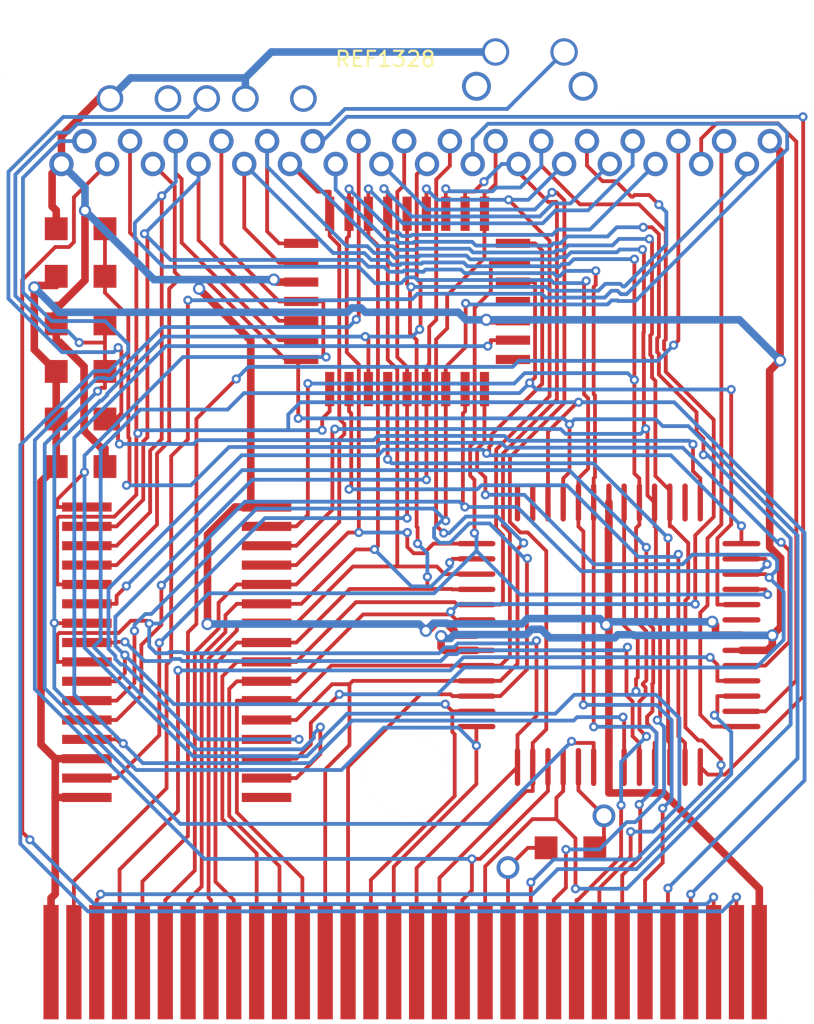
<source format=kicad_pcb>
(kicad_pcb (version 20241229) (generator "pcbnew") (generator_version "9.0")
  (layers (0 "F.Cu" signal) (2 "B.Cu" signal) (13 "F.Paste" user) (15 "B.Paste" user) (5 "F.SilkS" user "F.Silkscreen") (7 "B.SilkS" user "B.Silkscreen") (1 "F.Mask" user) (3 "B.Mask" user) (25 "Edge.Cuts" user))
  (net 0 "")
  (net 1 "/A15.Ind")
  (net 2 "/Switch")
  (net 3 "/GND")
  (net 4 "/A15.Sys")
  (net 5 "/~{OE}.SRAM")
  (net 6 "/~{WE}.Internal")
  (net 8 "/A7")
  (net 9 "/A6")
  (net 10 "/A5")
  (net 11 "/A4")
  (net 12 "/A3")
  (net 13 "/A2")
  (net 14 "/A1")
  (net 15 "/A0")
  (net 16 "/D0")
  (net 17 "/D1")
  (net 18 "/D2")
  (net 19 "/D3")
  (net 20 "/D4")
  (net 21 "/D5")
  (net 22 "/D6")
  (net 23 "/D7")
  (net 24 "/A13.Internal")
  (net 25 "/A10")
  (net 26 "/~{CE}.SRAM")
  (net 27 "/A11")
  (net 28 "/A9")
  (net 29 "/A8")
  (net 30 "/+5V")
  (net 31 "/A16.Internal")
  (net 32 "/A12.Internal")
  (net 33 "/A14.Internal")
  (net 34 "/A15.Internal")
  (net 36 "/~{OE}.EPROM")
  (net 37 "/Clk")
  (net 38 "/Wr_Game")
  (net 39 "/Rd_Game")
  (net 40 "/CS")
  (net 42 "/Reset")
  (net 43 "/Audio")
  (net 44 "/Button")
  (net 45 "/Wr_Sys")
  (net 46 "/Rd_Sys")
  (net 47 "/Const_High")
  (net 48 "/~{CE}.EPROM")
  (net 50 "/A15.Game")
  (net 51 "/A14.Sys")
  (net 54 "/A12.Sys")
  (net 55 "/A13.Sys")
  (footprint "!REF1328:Capacitor" (layer "F.Cu") (at 134.3805 73.602)
    (property "Reference" "R1" (hide yes))
    (property "Value" "100k Ohm")
  )
  (footprint "!REF1328:Game Connector" (layer "F.Cu") (at 156.375 65.485)
    (property "Reference" "J2" (hide yes))
    (property "Value" "Game_Edge_Connector")
  )
  (footprint "!REF1328:Capacitor" (layer "F.Cu") (at 134.3805 76.722)
    (property "Reference" "C2" (hide yes))
    (property "Value" "100 nF")
  )
  (footprint "!REF1328:Capacitor" (layer "F.Cu") (at 134.3805 79.842)
    (property "Reference" "R2" (hide yes))
    (property "Value" "10k Ohm")
  )
  (footprint "!REF1328:Capacitor" (layer "F.Cu") (at 134.3805 70.482)
    (property "Reference" "C1" (hide yes))
    (property "Value" "250 nF")
  )
  (footprint "!REF1328:Cart Edge Connector" (layer "F.Cu") (at 155.69 118.59)
    (property "Reference" "J1" (hide yes))
    (property "Value" "Cart_Edge_Connector")
  )
  (footprint "!REF1328:NM27C010V" (layer "F.Cu") (at 155.815 75.25)
    (property "Reference" "U1" (hide yes))
    (property "Value" "NM27C010V")
  )
  (footprint "!REF1328:Capacitor" (layer "F.Cu") (at 166.54 111.09)
    (property "Reference" "L2" (hide yes))
    (property "Value" "DNP")
  )
  (footprint "!REF1328:Capacitor" (layer "F.Cu") (at 134.3805 86.082)
    (property "Reference" "C3" (hide yes))
    (property "Value" "100 nF")
  )
  (footprint "!REF1328:Button" (layer "F.Cu") (at 163.8718 60.0134)
    (property "Reference" "SW1" (hide yes))
    (property "Value" "SW_Push_Dual")
  )
  (footprint "!REF1328:Capacitor" (layer "F.Cu") (at 134.3805 82.962)
    (property "Reference" "R3" (hide yes))
    (property "Value" "10K Ohm")
  )
  (footprint "!REF1328:THT Inductor" (layer "F.Cu") (at 165.59 110.69)
    (property "Reference" "L1" (hide yes))
    (property "Value" "19 uH +/-10%")
  )
  (footprint "!REF1328:Switch" (layer "F.Cu") (at 142.657 61.942)
    (property "Reference" "J3" (hide yes))
    (property "Value" "SW_DPDT_x2")
  )
  (footprint "!REF1328:DATEL GBOY AR MKII ORBIT 61300A" (layer "F.Cu") (at 169.065 97.137)
    (property "Reference" "U2" (hide yes))
    (property "Value" "DATEL GBOY AR MKII ORBIT 61300A")
  )
  (footprint "!REF1328:TC551001" (layer "F.Cu") (at 140.692 98.26)
    (property "Reference" "U3" (hide yes))
    (property "Value" "TC551001")
  )
  (gr_arc (start 180.29 114.784) (mid 180.477857 114.320108) (end 180.944813 114.14) (stroke (width 0.002)) (layer "Edge.Cuts"))
  (gr_line (start 136.39 59.7452) (end 136.39 56.59) (stroke (width 0.002)) (layer "Edge.Cuts"))
  (gr_arc (start 130.444901 114.14) (mid 130.909048 114.326564) (end 131.09 114.792928) (stroke (width 0.002)) (layer "Edge.Cuts"))
  (gr_line (start 129.09 114.14) (end 129.09 60.39) (stroke (width 0.002)) (layer "Edge.Cuts"))
  (gr_line (start 182.54 62.59) (end 169.435 62.59) (stroke (width 0.002)) (layer "Edge.Cuts"))
  (gr_circle (center 155.815 106.337) (end 158.515 106.337) (stroke (width 0.005)) (fill no) (layer "Edge.Cuts"))
  (gr_line (start 168.79 61.9373) (end 168.79 56.59) (stroke (width 0.002)) (layer "Edge.Cuts"))
  (gr_line (start 136.39 56.59) (end 168.79 56.59) (stroke (width 0.002)) (layer "Edge.Cuts"))
  (gr_line (start 182.54 62.59) (end 182.54 114.14) (stroke (width 0.002)) (layer "Edge.Cuts"))
  (gr_line (start 180.29 114.784) (end 180.29 122.64) (stroke (width 0.002)) (layer "Edge.Cuts"))
  (gr_line (start 130.4449 114.14) (end 129.09 114.14) (stroke (width 0.002)) (layer "Edge.Cuts"))
  (gr_arc (start 169.435 62.59) (mid 168.970904 62.403594) (end 168.79 61.937326) (stroke (width 0.002)) (layer "Edge.Cuts"))
  (gr_line (start 135.7372 60.39) (end 129.09 60.39) (stroke (width 0.002)) (layer "Edge.Cuts"))
  (gr_line (start 182.54 114.14) (end 180.9448 114.14) (stroke (width 0.002)) (layer "Edge.Cuts"))
  (gr_arc (start 136.39 59.745158) (mid 136.203493 60.209208) (end 135.737187 60.39) (stroke (width 0.002)) (layer "Edge.Cuts"))
  (gr_line (start 180.29 122.64) (end 131.09 122.64) (stroke (width 0.002)) (layer "Edge.Cuts"))
  (gr_line (start 131.09 122.64) (end 131.09 114.7929) (stroke (width 0.002)) (layer "Edge.Cuts"))
  (gr_text "REF1328" (at 151 59.94 0) (layer "F.SilkS") (effects (font (size 1 1)) (justify left bottom)))
  (segment (start 168.74 108.99) (end 167.065 107.315) (width 0.25) (layer "F.Cu") (net 1))
  (segment (start 168.14 111.09) (end 168.74 110.49) (width 0.25) (layer "F.Cu") (net 1))
  (segment (start 168.74 110.49) (end 168.74 108.99) (width 0.25) (layer "F.Cu") (net 1))
  (segment (start 167.065 107.315) (end 167.065 105.787) (width 0.25) (layer "F.Cu") (net 1))
  (segment (start 136.6796 82.962) (end 136.8402 82.962) (width 0.25) (layer "F.Cu") (net 2))
  (segment (start 136.8402 84.5098) (end 136.9291 84.5987) (width 0.25) (layer "F.Cu") (net 2))
  (segment (start 136.5189 82.962) (end 136.4041 82.962) (width 0.25) (layer "F.Cu") (net 2))
  (segment (start 136.8402 82.962) (end 136.8402 84.5098) (width 0.25) (layer "F.Cu") (net 2))
  (segment (start 174.5852 86.3805) (end 174.5852 84.6231) (width 0.25) (layer "F.Cu") (net 2))
  (segment (start 175.065 88.437) (end 175.065 86.8603) (width 0.25) (layer "F.Cu") (net 2))
  (segment (start 175.065 86.8603) (end 174.5852 86.3805) (width 0.25) (layer "F.Cu") (net 2))
  (segment (start 137.0572 78.4921) (end 136.8471 78.282) (width 0.25) (layer "F.Cu") (net 2))
  (segment (start 135.9805 82.962) (end 136.4041 82.962) (width 0.25) (layer "F.Cu") (net 2))
  (segment (start 136.5189 82.962) (end 136.6796 82.962) (width 0.25) (layer "F.Cu") (net 2))
  (segment (start 137.0572 82.5844) (end 137.0572 78.4921) (width 0.25) (layer "F.Cu") (net 2))
  (segment (start 136.6796 82.962) (end 137.0572 82.5844) (width 0.25) (layer "F.Cu") (net 2))
  (via (at 136.8471 78.282) (size 0.6) (drill 0.3) (layers "F.Cu" "B.Cu") (net 2))
  (via (at 174.5852 84.6231) (size 0.6) (drill 0.3) (layers "F.Cu" "B.Cu") (net 2))
  (via (at 136.9291 84.5987) (size 0.6) (drill 0.3) (layers "F.Cu" "B.Cu") (net 2))
  (segment (start 162.5355 84.3893) (end 162.2184 84.0722) (width 0.25) (layer "B.Cu") (net 2))
  (segment (start 133.2361 63.1512) (end 129.6439 66.7434) (width 0.25) (layer "B.Cu") (net 2))
  (segment (start 153.903 84.0722) (end 153.6264 84.3488) (width 0.25) (layer "B.Cu") (net 2))
  (segment (start 162.2184 84.0722) (end 153.903 84.0722) (width 0.25) (layer "B.Cu") (net 2))
  (segment (start 129.6439 66.7434) (end 129.6439 75.0642) (width 0.25) (layer "B.Cu") (net 2))
  (segment (start 129.6439 75.0642) (end 133.1551 78.5754) (width 0.25) (layer "B.Cu") (net 2))
  (segment (start 142.051 84.3488) (end 141.8011 84.5987) (width 0.25) (layer "B.Cu") (net 2))
  (segment (start 153.6264 84.3488) (end 142.051 84.3488) (width 0.25) (layer "B.Cu") (net 2))
  (segment (start 133.1551 78.5754) (end 136.5537 78.5754) (width 0.25) (layer "B.Cu") (net 2))
  (segment (start 174.3514 84.3893) (end 162.5355 84.3893) (width 0.25) (layer "B.Cu") (net 2))
  (segment (start 142.657 61.942) (end 141.4478 63.1512) (width 0.25) (layer "B.Cu") (net 2))
  (segment (start 141.4478 63.1512) (end 133.2361 63.1512) (width 0.25) (layer "B.Cu") (net 2))
  (segment (start 136.5537 78.5754) (end 136.8471 78.282) (width 0.25) (layer "B.Cu") (net 2))
  (segment (start 141.8011 84.5987) (end 136.9291 84.5987) (width 0.25) (layer "B.Cu") (net 2))
  (segment (start 174.5852 84.6231) (end 174.3514 84.3893) (width 0.25) (layer "B.Cu") (net 2))
  (segment (start 134.6101 79.5245) (end 133.0093 77.9237) (width 0.5) (layer "F.Cu") (net 3))
  (segment (start 135.7551 84.8803) (end 134.6101 83.7353) (width 0.5) (layer "F.Cu") (net 3))
  (segment (start 133.0058 75.5203) (end 132.7805 75.5203) (width 0.5) (layer "F.Cu") (net 3))
  (segment (start 169.065 105.787) (end 169.065 107.4887) (width 0.5) (layer "F.Cu") (net 3))
  (segment (start 169.065 104.0853) (end 169.065 96.4883) (width 0.5) (layer "F.Cu") (net 3))
  (segment (start 132.7805 76.722) (end 132.7805 76.8155) (width 0.5) (layer "F.Cu") (net 3))
  (segment (start 159.3225 97.137) (end 159.3195 97.14) (width 0.5) (layer "F.Cu") (net 3))
  (segment (start 169.065 96.4883) (end 169.0366 96.4599) (width 0.5) (layer "F.Cu") (net 3))
  (segment (start 132.509 66.851) (end 132.509 69.0088) (width 0.5) (layer "F.Cu") (net 3))
  (segment (start 133.125 64.4021) (end 135.5851 61.942) (width 0.5) (layer "F.Cu") (net 3))
  (segment (start 133.0093 77.9237) (end 132.7805 77.9237) (width 0.5) (layer "F.Cu") (net 3))
  (segment (start 132.509 69.0088) (end 132.7805 69.2803) (width 0.5) (layer "F.Cu") (net 3))
  (segment (start 147.2228 73.98) (end 147.0633 73.8205) (width 0.5) (layer "F.Cu") (net 3))
  (segment (start 169.065 90.1387) (end 169.0366 90.1671) (width 0.5) (layer "F.Cu") (net 3))
  (segment (start 178.94 118.59) (end 178.94 114.3883) (width 0.5) (layer "F.Cu") (net 3))
  (segment (start 133.125 66.235) (end 133.125 64.4021) (width 0.5) (layer "F.Cu") (net 3))
  (segment (start 172.6606 107.4887) (end 169.065 107.4887) (width 0.5) (layer "F.Cu") (net 3))
  (segment (start 134.6101 83.7353) (end 134.6101 79.5245) (width 0.5) (layer "F.Cu") (net 3))
  (segment (start 133.125 66.235) (end 132.509 66.851) (width 0.5) (layer "F.Cu") (net 3))
  (segment (start 132.7805 69.8811) (end 132.7805 69.2803) (width 0.5) (layer "F.Cu") (net 3))
  (segment (start 148.865 73.98) (end 147.2228 73.98) (width 0.5) (layer "F.Cu") (net 3))
  (segment (start 145.5537 88.735) (end 145.5537 77.816) (width 0.5) (layer "F.Cu") (net 3))
  (segment (start 169.0366 96.4599) (end 168.884 96.4599) (width 0.5) (layer "F.Cu") (net 3))
  (segment (start 158.404996 96.3557) (end 157.700004 96.3557) (width 0.5) (layer "F.Cu") (net 3))
  (segment (start 169.065 88.437) (end 169.065 90.1387) (width 0.5) (layer "F.Cu") (net 3))
  (segment (start 134.6683 69.2908) (end 134.6683 73.8578) (width 0.5) (layer "F.Cu") (net 3))
  (segment (start 176.0633 96.4793) (end 175.8478 96.2638) (width 0.5) (layer "F.Cu") (net 3))
  (segment (start 157.201704 96.854) (end 157.0507 96.854) (width 0.5) (layer "F.Cu") (net 3))
  (segment (start 145.5537 88.735) (end 144.5153 88.735) (width 0.5) (layer "F.Cu") (net 3))
  (segment (start 132.7805 69.8811) (end 132.7805 70.482) (width 0.5) (layer "F.Cu") (net 3))
  (segment (start 158.9035 96.854204) (end 158.62 96.570704) (width 0.5) (layer "F.Cu") (net 3))
  (segment (start 135.5851 61.942) (end 136.307 61.942) (width 0.5) (layer "F.Cu") (net 3))
  (segment (start 169.065 105.787) (end 169.065 104.0853) (width 0.5) (layer "F.Cu") (net 3))
  (segment (start 159.3195 97.14) (end 158.9035 97.14) (width 0.5) (layer "F.Cu") (net 3))
  (segment (start 134.6683 73.8578) (end 133.0058 75.5203) (width 0.5) (layer "F.Cu") (net 3))
  (segment (start 132.7805 77.3228) (end 132.7805 76.8155) (width 0.5) (layer "F.Cu") (net 3))
  (segment (start 160.365 97.137) (end 159.3225 97.137) (width 0.5) (layer "F.Cu") (net 3))
  (segment (start 158.9035 97.14) (end 158.9035 97.0335) (width 0.5) (layer "F.Cu") (net 3))
  (segment (start 145.5537 77.816) (end 142.1599 74.4222) (width 0.5) (layer "F.Cu") (net 3))
  (segment (start 169.0366 90.1671) (end 169.0366 96.4599) (width 0.5) (layer "F.Cu") (net 3))
  (segment (start 144.5153 88.735) (end 142.7124 90.5379) (width 0.5) (layer "F.Cu") (net 3))
  (segment (start 135.9805 86.082) (end 135.9805 84.8803) (width 0.5) (layer "F.Cu") (net 3))
  (segment (start 177.765 97.137) (end 176.0633 97.137) (width 0.5) (layer "F.Cu") (net 3))
  (segment (start 142.7124 90.5379) (end 142.7124 96.4106) (width 0.5) (layer "F.Cu") (net 3))
  (segment (start 132.7805 77.3228) (end 132.7805 77.9237) (width 0.5) (layer "F.Cu") (net 3))
  (segment (start 146.592 88.735) (end 145.5537 88.735) (width 0.5) (layer "F.Cu") (net 3))
  (segment (start 176.0633 97.137) (end 176.0633 96.4793) (width 0.5) (layer "F.Cu") (net 3))
  (segment (start 158.62 96.570704) (end 158.404996 96.3557) (width 0.5) (layer "F.Cu") (net 3))
  (segment (start 158.9035 97.0335) (end 158.9035 96.854204) (width 0.5) (layer "F.Cu") (net 3))
  (segment (start 178.94 113.7681) (end 172.6606 107.4887) (width 0.5) (layer "F.Cu") (net 3))
  (segment (start 157.700004 96.3557) (end 157.201704 96.854) (width 0.5) (layer "F.Cu") (net 3))
  (segment (start 135.9805 84.8803) (end 135.7551 84.8803) (width 0.5) (layer "F.Cu") (net 3))
  (segment (start 132.7805 76.722) (end 132.7805 75.5203) (width 0.5) (layer "F.Cu") (net 3))
  (segment (start 178.94 114.3883) (end 178.94 113.7681) (width 0.5) (layer "F.Cu") (net 3))
  (via (at 134.6683 69.2908) (size 0.8) (drill 0.5) (layers "F.Cu" "B.Cu") (net 3))
  (via (at 142.1599 74.4222) (size 0.8) (drill 0.5) (layers "F.Cu" "B.Cu") (net 3))
  (via (at 168.884 96.4599) (size 0.8) (drill 0.5) (layers "F.Cu" "B.Cu") (net 3))
  (via (at 175.8478 96.2638) (size 0.8) (drill 0.5) (layers "F.Cu" "B.Cu") (net 3))
  (via (at 142.7124 96.4106) (size 0.8) (drill 0.5) (layers "F.Cu" "B.Cu") (net 3))
  (via (at 157.0507 96.854) (size 0.8) (drill 0.5) (layers "F.Cu" "B.Cu") (net 3))
  (via (at 147.0633 73.8205) (size 0.8) (drill 0.5) (layers "F.Cu" "B.Cu") (net 3))
  (segment (start 158.4532 96.4029) (end 158.621 96.4029) (width 0.5) (layer "B.Cu") (net 3))
  (segment (start 142.1599 73.8205) (end 139.198 73.8205) (width 0.5) (layer "B.Cu") (net 3))
  (segment (start 163.3581 96.4028) (end 163.7082 96.0527) (width 0.5) (layer "B.Cu") (net 3))
  (segment (start 134.6683 67.7783) (end 133.125 66.235) (width 0.5) (layer "B.Cu") (net 3))
  (segment (start 142.7124 96.4107) (end 142.7124 96.4106) (width 0.5) (layer "B.Cu") (net 3))
  (segment (start 146.8984 58.8884) (end 161.6218 58.8884) (width 0.5) (layer "B.Cu") (net 3))
  (segment (start 145.197 60.5898) (end 146.8984 58.8884) (width 0.5) (layer "B.Cu") (net 3))
  (segment (start 136.307 61.942) (end 137.6592 60.5898) (width 0.5) (layer "B.Cu") (net 3))
  (segment (start 168.4768 96.0527) (end 168.884 96.4599) (width 0.5) (layer "B.Cu") (net 3))
  (segment (start 156.6074 96.4107) (end 142.7124 96.4107) (width 0.5) (layer "B.Cu") (net 3))
  (segment (start 142.1599 74.4222) (end 142.1599 73.8205) (width 0.5) (layer "B.Cu") (net 3))
  (segment (start 145.197 60.5898) (end 145.197 61.942) (width 0.5) (layer "B.Cu") (net 3))
  (segment (start 168.884 96.4599) (end 169.0801 96.2638) (width 0.5) (layer "B.Cu") (net 3))
  (segment (start 163.7082 96.0527) (end 168.4768 96.0527) (width 0.5) (layer "B.Cu") (net 3))
  (segment (start 142.1599 73.8205) (end 147.0633 73.8205) (width 0.5) (layer "B.Cu") (net 3))
  (segment (start 169.0801 96.2638) (end 175.8478 96.2638) (width 0.5) (layer "B.Cu") (net 3))
  (segment (start 134.6683 69.2908) (end 134.6683 67.7783) (width 0.5) (layer "B.Cu") (net 3))
  (segment (start 158.4053 96.355) (end 158.4532 96.4029) (width 0.5) (layer "B.Cu") (net 3))
  (segment (start 137.6592 60.5898) (end 145.197 60.5898) (width 0.5) (layer "B.Cu") (net 3))
  (segment (start 157.5497 96.355) (end 158.4053 96.355) (width 0.5) (layer "B.Cu") (net 3))
  (segment (start 139.198 73.8205) (end 134.6683 69.2908) (width 0.5) (layer "B.Cu") (net 3))
  (segment (start 157.0507 96.854) (end 157.5497 96.355) (width 0.5) (layer "B.Cu") (net 3))
  (segment (start 157.0507 96.854) (end 156.6074 96.4107) (width 0.5) (layer "B.Cu") (net 3))
  (segment (start 158.6211 96.4028) (end 163.3581 96.4028) (width 0.5) (layer "B.Cu") (net 3))
  (segment (start 158.621 96.4029) (end 158.6211 96.4028) (width 0.5) (layer "B.Cu") (net 3))
  (segment (start 163.74 111.09) (end 162.44 112.39) (width 0.25) (layer "F.Cu") (net 4))
  (segment (start 164.94 111.09) (end 163.74 111.09) (width 0.25) (layer "F.Cu") (net 4))
  (segment (start 162.44 112.39) (end 162.44 118.59) (width 0.25) (layer "F.Cu") (net 4))
  (segment (start 136.7863 97.5824) (end 137.2905 97.5824) (width 0.25) (layer "F.Cu") (net 5))
  (segment (start 170.6208 101.4869) (end 170.6208 103.7661) (width 0.25) (layer "F.Cu") (net 5))
  (segment (start 170.286 97.9319) (end 170.22 97.9979) (width 0.25) (layer "F.Cu") (net 5))
  (segment (start 136.7437 97.625) (end 136.7863 97.5824) (width 0.25) (layer "F.Cu") (net 5))
  (segment (start 137.2905 97.5824) (end 137.2905 97.5823) (width 0.25) (layer "F.Cu") (net 5))
  (segment (start 171.065 105.787) (end 171.065 104.2103) (width 0.25) (layer "F.Cu") (net 5))
  (segment (start 170.22 97.9979) (end 170.22 101.0862) (width 0.25) (layer "F.Cu") (net 5))
  (segment (start 170.22 101.0862) (end 170.6207 101.4869) (width 0.25) (layer "F.Cu") (net 5))
  (segment (start 134.792 97.625) (end 136.7437 97.625) (width 0.25) (layer "F.Cu") (net 5))
  (segment (start 170.6208 103.7661) (end 171.065 104.2103) (width 0.25) (layer "F.Cu") (net 5))
  (segment (start 170.6207 101.4869) (end 170.6208 101.4869) (width 0.25) (layer "F.Cu") (net 5))
  (via (at 170.286 97.9319) (size 0.6) (drill 0.3) (layers "F.Cu" "B.Cu") (net 5))
  (via (at 137.2905 97.5823) (size 0.6) (drill 0.3) (layers "F.Cu" "B.Cu") (net 5))
  (segment (start 141.0463 98.8369) (end 140.9116 98.7022) (width 0.25) (layer "B.Cu") (net 5))
  (segment (start 158.4871 98.3852) (end 158.0354 98.8369) (width 0.25) (layer "B.Cu") (net 5))
  (segment (start 159.0855 98.3852) (end 158.4871 98.3852) (width 0.25) (layer "B.Cu") (net 5))
  (segment (start 138.5726 98.8369) (end 137.318 97.5823) (width 0.25) (layer "B.Cu") (net 5))
  (segment (start 170.085 98.1329) (end 159.3378 98.1329) (width 0.25) (layer "B.Cu") (net 5))
  (segment (start 137.318 97.5823) (end 137.2905 97.5823) (width 0.25) (layer "B.Cu") (net 5))
  (segment (start 158.0354 98.8369) (end 141.0463 98.8369) (width 0.25) (layer "B.Cu") (net 5))
  (segment (start 140.3925 98.7022) (end 140.2578 98.8369) (width 0.25) (layer "B.Cu") (net 5))
  (segment (start 170.286 97.9319) (end 170.085 98.1329) (width 0.25) (layer "B.Cu") (net 5))
  (segment (start 159.3378 98.1329) (end 159.0855 98.3852) (width 0.25) (layer "B.Cu") (net 5))
  (segment (start 140.9116 98.7022) (end 140.3925 98.7022) (width 0.25) (layer "B.Cu") (net 5))
  (segment (start 140.2578 98.8369) (end 138.5726 98.8369) (width 0.25) (layer "B.Cu") (net 5))
  (segment (start 136.7437 103.975) (end 137.0185 104.2498) (width 0.25) (layer "F.Cu") (net 6))
  (segment (start 161.3133 77.9818) (end 161.1134 78.1817) (width 0.25) (layer "F.Cu") (net 6))
  (segment (start 161.3133 77.79) (end 161.3133 77.9818) (width 0.25) (layer "F.Cu") (net 6))
  (segment (start 162.765 77.79) (end 161.3133 77.79) (width 0.25) (layer "F.Cu") (net 6))
  (segment (start 170.065 102.5872) (end 170.065 105.787) (width 0.25) (layer "F.Cu") (net 6))
  (segment (start 134.792 103.975) (end 136.7437 103.975) (width 0.25) (layer "F.Cu") (net 6))
  (segment (start 137.0185 104.2498) (end 137.1801 104.2498) (width 0.25) (layer "F.Cu") (net 6))
  (segment (start 169.994 102.5162) (end 170.065 102.5872) (width 0.25) (layer "F.Cu") (net 6))
  (via (at 161.1134 78.1817) (size 0.6) (drill 0.3) (layers "F.Cu" "B.Cu") (net 6))
  (via (at 137.1801 104.2498) (size 0.6) (drill 0.3) (layers "F.Cu" "B.Cu") (net 6))
  (via (at 169.994 102.5162) (size 0.6) (drill 0.3) (layers "F.Cu" "B.Cu") (net 6))
  (segment (start 138.4641 105.5338) (end 137.1801 104.2498) (width 0.25) (layer "B.Cu") (net 6))
  (segment (start 139.9755 78.1818) (end 139.9755 78.1817) (width 0.25) (layer "B.Cu") (net 6))
  (segment (start 137.1801 104.2498) (end 133.9665 101.0362) (width 0.25) (layer "B.Cu") (net 6))
  (segment (start 133.9665 101.0362) (end 133.9665 84.1908) (width 0.25) (layer "B.Cu") (net 6))
  (segment (start 169.994 102.5162) (end 166.9788 102.5162) (width 0.25) (layer "B.Cu") (net 6))
  (segment (start 152.2106 102.7435) (end 149.4203 105.5338) (width 0.25) (layer "B.Cu") (net 6))
  (segment (start 139.9755 78.1817) (end 161.1134 78.1817) (width 0.25) (layer "B.Cu") (net 6))
  (segment (start 133.9665 84.1908) (end 139.9755 78.1818) (width 0.25) (layer "B.Cu") (net 6))
  (segment (start 149.4203 105.5338) (end 138.4641 105.5338) (width 0.25) (layer "B.Cu") (net 6))
  (segment (start 166.7515 102.7435) (end 152.2106 102.7435) (width 0.25) (layer "B.Cu") (net 6))
  (segment (start 166.9788 102.5162) (end 166.7515 102.7435) (width 0.25) (layer "B.Cu") (net 6))
  (segment (start 150.8911 100.3576) (end 148.5437 102.705) (width 0.25) (layer "F.Cu") (net 8))
  (segment (start 158.4477 74.853) (end 160.895 72.4057) (width 0.25) (layer "F.Cu") (net 8))
  (segment (start 160.895 68.8866) (end 160.895 69.5) (width 0.25) (layer "F.Cu") (net 8))
  (segment (start 152.0335 100.3576) (end 152.2541 100.137) (width 0.25) (layer "F.Cu") (net 8))
  (segment (start 161.13 68.0483) (end 160.895 68.0483) (width 0.25) (layer "F.Cu") (net 8))
  (segment (start 160.895 72.4057) (end 160.895 69.5) (width 0.25) (layer "F.Cu") (net 8))
  (segment (start 152.0335 100.3576) (end 150.8911 100.3576) (width 0.25) (layer "F.Cu") (net 8))
  (segment (start 161.625 67.5533) (end 161.13 68.0483) (width 0.25) (layer "F.Cu") (net 8))
  (segment (start 163.064 91.5001) (end 163.4719 91.0922) (width 0.25) (layer "F.Cu") (net 8))
  (segment (start 152.0335 104.3566) (end 152.0335 100.3576) (width 0.25) (layer "F.Cu") (net 8))
  (segment (start 161.625 64.735) (end 161.625 67.5533) (width 0.25) (layer "F.Cu") (net 8))
  (segment (start 160.365 100.137) (end 161.9417 100.137) (width 0.25) (layer "F.Cu") (net 8))
  (segment (start 150.44 105.9501) (end 152.0335 104.3566) (width 0.25) (layer "F.Cu") (net 8))
  (segment (start 157.72 89.9447) (end 157.72 77.743) (width 0.25) (layer "F.Cu") (net 8))
  (segment (start 161.9417 100.137) (end 163.064 99.0147) (width 0.25) (layer "F.Cu") (net 8))
  (segment (start 150.44 118.59) (end 150.44 105.9501) (width 0.25) (layer "F.Cu") (net 8))
  (segment (start 163.064 99.0147) (end 163.064 91.5001) (width 0.25) (layer "F.Cu") (net 8))
  (segment (start 152.2541 100.137) (end 158.7883 100.137) (width 0.25) (layer "F.Cu") (net 8))
  (segment (start 146.592 102.705) (end 148.5437 102.705) (width 0.25) (layer "F.Cu") (net 8))
  (segment (start 159.5767 100.137) (end 160.365 100.137) (width 0.25) (layer "F.Cu") (net 8))
  (segment (start 157.72 77.743) (end 158.4477 77.0153) (width 0.25) (layer "F.Cu") (net 8))
  (segment (start 160.895 68.8866) (end 160.895 68.0483) (width 0.25) (layer "F.Cu") (net 8))
  (segment (start 159.5767 100.137) (end 158.7883 100.137) (width 0.25) (layer "F.Cu") (net 8))
  (segment (start 158.4477 77.0153) (end 158.4477 74.853) (width 0.25) (layer "F.Cu") (net 8))
  (segment (start 158.2196 90.4443) (end 157.72 89.9447) (width 0.25) (layer "F.Cu") (net 8))
  (via (at 163.4719 91.0922) (size 0.6) (drill 0.3) (layers "F.Cu" "B.Cu") (net 8))
  (via (at 158.2196 90.4443) (size 0.6) (drill 0.3) (layers "F.Cu" "B.Cu") (net 8))
  (segment (start 161.7386 89.3589) (end 163.4719 91.0922) (width 0.25) (layer "B.Cu") (net 8))
  (segment (start 158.5866 90.4443) (end 159.672 89.3589) (width 0.25) (layer "B.Cu") (net 8))
  (segment (start 158.2196 90.4443) (end 158.5866 90.4443) (width 0.25) (layer "B.Cu") (net 8))
  (segment (start 159.672 89.3589) (end 161.7386 89.3589) (width 0.25) (layer "B.Cu") (net 8))
  (segment (start 160.216 68.0483) (end 160.8669 67.3974) (width 0.25) (layer "F.Cu") (net 9))
  (segment (start 165.652 81.6779) (end 162.1175 85.2124) (width 0.25) (layer "F.Cu") (net 9))
  (segment (start 165.652 68.764) (end 165.652 81.6779) (width 0.25) (layer "F.Cu") (net 9))
  (segment (start 150.8417 99.137) (end 148.5437 101.435) (width 0.25) (layer "F.Cu") (net 9))
  (segment (start 162.5633 90.3968) (end 162.5633 98.5154) (width 0.25) (layer "F.Cu") (net 9))
  (segment (start 159.625 69.5) (end 159.625 68.0483) (width 0.25) (layer "F.Cu") (net 9))
  (segment (start 159.625 68.0483) (end 160.216 68.0483) (width 0.25) (layer "F.Cu") (net 9))
  (segment (start 148.94 118.59) (end 148.94 113.0662) (width 0.25) (layer "F.Cu") (net 9))
  (segment (start 162.1116 85.6642) (end 162.1116 89.9451) (width 0.25) (layer "F.Cu") (net 9))
  (segment (start 162.1116 89.9451) (end 162.5633 90.3968) (width 0.25) (layer "F.Cu") (net 9))
  (segment (start 148.94 113.0662) (end 144.6403 108.7665) (width 0.25) (layer "F.Cu") (net 9))
  (segment (start 165.0723 68.7261) (end 165.5914 68.7261) (width 0.25) (layer "F.Cu") (net 9))
  (segment (start 163.125 66.7788) (end 165.0723 68.7261) (width 0.25) (layer "F.Cu") (net 9))
  (segment (start 145.6162 101.435) (end 144.6403 101.435) (width 0.25) (layer "F.Cu") (net 9))
  (segment (start 145.6162 101.435) (end 146.592 101.435) (width 0.25) (layer "F.Cu") (net 9))
  (segment (start 160.1125 99.137) (end 158.7883 99.137) (width 0.25) (layer "F.Cu") (net 9))
  (segment (start 162.5633 98.5154) (end 161.9417 99.137) (width 0.25) (layer "F.Cu") (net 9))
  (segment (start 163.125 66.235) (end 163.125 66.7788) (width 0.25) (layer "F.Cu") (net 9))
  (segment (start 144.6403 108.7665) (end 144.6403 101.435) (width 0.25) (layer "F.Cu") (net 9))
  (segment (start 162.1175 85.6583) (end 162.1116 85.6642) (width 0.25) (layer "F.Cu") (net 9))
  (segment (start 162.1175 85.2124) (end 162.1175 85.6583) (width 0.25) (layer "F.Cu") (net 9))
  (segment (start 146.592 101.435) (end 148.5437 101.435) (width 0.25) (layer "F.Cu") (net 9))
  (segment (start 160.365 99.137) (end 161.9417 99.137) (width 0.25) (layer "F.Cu") (net 9))
  (segment (start 165.6027 68.7148) (end 165.6028 68.7148) (width 0.25) (layer "F.Cu") (net 9))
  (segment (start 165.6028 68.7148) (end 165.652 68.764) (width 0.25) (layer "F.Cu") (net 9))
  (segment (start 160.1125 99.137) (end 160.365 99.137) (width 0.25) (layer "F.Cu") (net 9))
  (segment (start 165.5914 68.7261) (end 165.6027 68.7148) (width 0.25) (layer "F.Cu") (net 9))
  (segment (start 158.7883 99.137) (end 150.8417 99.137) (width 0.25) (layer "F.Cu") (net 9))
  (via (at 160.8669 67.3974) (size 0.6) (drill 0.3) (layers "F.Cu" "B.Cu") (net 9))
  (segment (start 162.0293 66.235) (end 160.8669 67.3974) (width 0.25) (layer "B.Cu") (net 9))
  (segment (start 163.125 66.235) (end 162.0293 66.235) (width 0.25) (layer "B.Cu") (net 9))
  (segment (start 147.44 118.59) (end 147.44 114.5133) (width 0.25) (layer "F.Cu") (net 10))
  (segment (start 171.0407 68.8811) (end 172.7992 70.6396) (width 0.25) (layer "F.Cu") (net 10))
  (segment (start 144.1379 108.9956) (end 144.1379 100.6674) (width 0.25) (layer "F.Cu") (net 10))
  (segment (start 164.625 64.735) (end 164.625 66.3421) (width 0.25) (layer "F.Cu") (net 10))
  (segment (start 158.355 68.0483) (end 158.355 67.8652) (width 0.25) (layer "F.Cu") (net 10))
  (segment (start 144.1379 100.6674) (end 144.6403 100.165) (width 0.25) (layer "F.Cu") (net 10))
  (segment (start 164.625 66.3421) (end 167.164 68.8811) (width 0.25) (layer "F.Cu") (net 10))
  (segment (start 146.592 100.165) (end 148.5437 100.165) (width 0.25) (layer "F.Cu") (net 10))
  (segment (start 175.9474 83.0114) (end 175.9474 89.3797) (width 0.25) (layer "F.Cu") (net 10))
  (segment (start 159.0401 96.137) (end 158.6814 95.7783) (width 0.25) (layer "F.Cu") (net 10))
  (segment (start 158.6814 95.7783) (end 158.6814 95.6032) (width 0.25) (layer "F.Cu") (net 10))
  (segment (start 172.6849 77.8592) (end 172.6849 78.3782) (width 0.25) (layer "F.Cu") (net 10))
  (segment (start 158.6814 95.7783) (end 152.9304 95.7783) (width 0.25) (layer "F.Cu") (net 10))
  (segment (start 174.7325 90.5946) (end 174.7325 95.1053) (width 0.25) (layer "F.Cu") (net 10))
  (segment (start 172.7992 77.7449) (end 172.6849 77.8592) (width 0.25) (layer "F.Cu") (net 10))
  (segment (start 147.44 112.2977) (end 144.1379 108.9956) (width 0.25) (layer "F.Cu") (net 10))
  (segment (start 172.6849 78.3782) (end 172.7992 78.4925) (width 0.25) (layer "F.Cu") (net 10))
  (segment (start 158.355 69.5) (end 158.355 68.0483) (width 0.25) (layer "F.Cu") (net 10))
  (segment (start 160.365 96.137) (end 159.0401 96.137) (width 0.25) (layer "F.Cu") (net 10))
  (segment (start 172.7992 79.8632) (end 175.9474 83.0114) (width 0.25) (layer "F.Cu") (net 10))
  (segment (start 145.6162 100.165) (end 144.6403 100.165) (width 0.25) (layer "F.Cu") (net 10))
  (segment (start 147.44 114.5133) (end 147.44 112.2977) (width 0.25) (layer "F.Cu") (net 10))
  (segment (start 167.164 68.8811) (end 171.0407 68.8811) (width 0.25) (layer "F.Cu") (net 10))
  (segment (start 152.9304 95.7783) (end 148.5437 100.165) (width 0.25) (layer "F.Cu") (net 10))
  (segment (start 172.7992 78.4925) (end 172.7992 79.8632) (width 0.25) (layer "F.Cu") (net 10))
  (segment (start 172.7992 70.6396) (end 172.7992 77.7449) (width 0.25) (layer "F.Cu") (net 10))
  (segment (start 175.9474 89.3797) (end 174.7325 90.5946) (width 0.25) (layer "F.Cu") (net 10))
  (segment (start 145.6162 100.165) (end 146.592 100.165) (width 0.25) (layer "F.Cu") (net 10))
  (via (at 158.6814 95.6032) (size 0.6) (drill 0.3) (layers "F.Cu" "B.Cu") (net 10))
  (via (at 158.355 67.8652) (size 0.6) (drill 0.3) (layers "F.Cu" "B.Cu") (net 10))
  (via (at 174.7325 95.1053) (size 0.6) (drill 0.3) (layers "F.Cu" "B.Cu") (net 10))
  (segment (start 164.625 64.735) (end 164.625 66.4027) (width 0.25) (layer "B.Cu") (net 10))
  (segment (start 161.6679 67.7808) (end 161.4239 68.0248) (width 0.25) (layer "B.Cu") (net 10))
  (segment (start 158.5146 68.0248) (end 158.355 67.8652) (width 0.25) (layer "B.Cu") (net 10))
  (segment (start 161.4239 68.0248) (end 158.5146 68.0248) (width 0.25) (layer "B.Cu") (net 10))
  (segment (start 163.2469 67.7808) (end 161.6679 67.7808) (width 0.25) (layer "B.Cu") (net 10))
  (segment (start 164.625 66.4027) (end 163.2469 67.7808) (width 0.25) (layer "B.Cu") (net 10))
  (segment (start 159.1793 95.1053) (end 158.6814 95.6032) (width 0.25) (layer "B.Cu") (net 10))
  (segment (start 174.7325 95.1053) (end 159.1793 95.1053) (width 0.25) (layer "B.Cu") (net 10))
  (segment (start 143.6862 109.2015) (end 143.6862 99.8491) (width 0.25) (layer "F.Cu") (net 11))
  (segment (start 146.592 98.895) (end 144.6403 98.895) (width 0.25) (layer "F.Cu") (net 11))
  (segment (start 145.94 118.59) (end 145.94 111.4553) (width 0.25) (layer "F.Cu") (net 11))
  (segment (start 143.6862 99.8491) (end 144.6403 98.895) (width 0.25) (layer "F.Cu") (net 11))
  (segment (start 152.4615 94.9772) (end 148.5437 98.895) (width 0.25) (layer "F.Cu") (net 11))
  (segment (start 160.365 95.137) (end 159.100498 95.137) (width 0.25) (layer "F.Cu") (net 11))
  (segment (start 162.1116 90.5839) (end 161.6599 90.1322) (width 0.25) (layer "F.Cu") (net 11))
  (segment (start 158.940698 94.9772) (end 152.4615 94.9772) (width 0.25) (layer "F.Cu") (net 11))
  (segment (start 161.6658 85.4712) (end 161.6658 84.9668) (width 0.25) (layer "F.Cu") (net 11))
  (segment (start 162.1116 94.9671) (end 162.1116 90.5839) (width 0.25) (layer "F.Cu") (net 11))
  (segment (start 148.5437 98.895) (end 146.592 98.895) (width 0.25) (layer "F.Cu") (net 11))
  (segment (start 165.1703 81.4623) (end 165.1703 71.2702) (width 0.25) (layer "F.Cu") (net 11))
  (segment (start 161.9417 95.137) (end 162.1116 94.9671) (width 0.25) (layer "F.Cu") (net 11))
  (segment (start 161.6599 85.4771) (end 161.6658 85.4712) (width 0.25) (layer "F.Cu") (net 11))
  (segment (start 145.94 111.4553) (end 143.6862 109.2015) (width 0.25) (layer "F.Cu") (net 11))
  (segment (start 157.085 69.5) (end 157.085 68.0483) (width 0.25) (layer "F.Cu") (net 11))
  (segment (start 161.6658 84.9668) (end 165.1703 81.4623) (width 0.25) (layer "F.Cu") (net 11))
  (segment (start 160.365 95.137) (end 161.9417 95.137) (width 0.25) (layer "F.Cu") (net 11))
  (segment (start 161.6599 90.1322) (end 161.6599 85.4771) (width 0.25) (layer "F.Cu") (net 11))
  (segment (start 159.100498 95.137) (end 158.940698 94.9772) (width 0.25) (layer "F.Cu") (net 11))
  (segment (start 157.085 68.0483) (end 157.085 67.8716) (width 0.25) (layer "F.Cu") (net 11))
  (segment (start 165.1703 71.2702) (end 162.4819 68.5818) (width 0.25) (layer "F.Cu") (net 11))
  (via (at 157.085 67.8716) (size 0.6) (drill 0.3) (layers "F.Cu" "B.Cu") (net 11))
  (via (at 162.4819 68.5818) (size 0.6) (drill 0.3) (layers "F.Cu" "B.Cu") (net 11))
  (segment (start 162.4819 68.5818) (end 163.7782 68.5818) (width 0.25) (layer "B.Cu") (net 11))
  (segment (start 157.085 67.8716) (end 157.7952 68.5818) (width 0.25) (layer "B.Cu") (net 11))
  (segment (start 163.7782 68.5818) (end 166.125 66.235) (width 0.25) (layer "B.Cu") (net 11))
  (segment (start 157.7952 68.5818) (end 162.4819 68.5818) (width 0.25) (layer "B.Cu") (net 11))
  (segment (start 155.815 69.5) (end 155.815 70.9517) (width 0.25) (layer "F.Cu") (net 12))
  (segment (start 160.365 94.137) (end 158.7883 94.137) (width 0.25) (layer "F.Cu") (net 12))
  (segment (start 156.0064 77.3367) (end 156.0064 74.2969) (width 0.25) (layer "F.Cu") (net 12))
  (segment (start 158.763 94.1117) (end 158.7883 94.137) (width 0.25) (layer "F.Cu") (net 12))
  (segment (start 144.44 114.5133) (end 143.2345 113.3078) (width 0.25) (layer "F.Cu") (net 12))
  (segment (start 168.6465 67.3617) (end 167.625 66.3402) (width 0.25) (layer "F.Cu") (net 12))
  (segment (start 157.1463 94.1117) (end 158.763 94.1117) (width 0.25) (layer "F.Cu") (net 12))
  (segment (start 146.592 97.625) (end 148.5437 97.625) (width 0.25) (layer "F.Cu") (net 12))
  (segment (start 170.6408 68.3778) (end 170.5374 68.3778) (width 0.25) (layer "F.Cu") (net 12))
  (segment (start 145.6162 97.625) (end 144.6403 97.625) (width 0.25) (layer "F.Cu") (net 12))
  (segment (start 145.6162 97.625) (end 146.592 97.625) (width 0.25) (layer "F.Cu") (net 12))
  (segment (start 152.057 94.1117) (end 157.1463 94.1117) (width 0.25) (layer "F.Cu") (net 12))
  (segment (start 170.7482 68.2704) (end 170.6408 68.3778) (width 0.25) (layer "F.Cu") (net 12))
  (segment (start 143.2345 113.3078) (end 143.2345 99.0308) (width 0.25) (layer "F.Cu") (net 12))
  (segment (start 167.625 66.3402) (end 167.625 64.735) (width 0.25) (layer "F.Cu") (net 12))
  (segment (start 157.1463 94.1117) (end 157.1463 93.3143) (width 0.25) (layer "F.Cu") (net 12))
  (segment (start 148.5437 97.625) (end 152.057 94.1117) (width 0.25) (layer "F.Cu") (net 12))
  (segment (start 155.815 70.9517) (end 155.815 74.1055) (width 0.25) (layer "F.Cu") (net 12))
  (segment (start 143.2345 99.0308) (end 144.6403 97.625) (width 0.25) (layer "F.Cu") (net 12))
  (segment (start 156.5056 90.0872) (end 156.4417 90.0233) (width 0.25) (layer "F.Cu") (net 12))
  (segment (start 156.5056 91.1336) (end 156.5056 90.0872) (width 0.25) (layer "F.Cu") (net 12))
  (segment (start 172.344 68.9006) (end 171.7138 68.2704) (width 0.25) (layer "F.Cu") (net 12))
  (segment (start 155.815 74.1055) (end 156.0064 74.2969) (width 0.25) (layer "F.Cu") (net 12))
  (segment (start 169.5213 67.3617) (end 168.6465 67.3617) (width 0.25) (layer "F.Cu") (net 12))
  (segment (start 144.44 118.59) (end 144.44 114.5133) (width 0.25) (layer "F.Cu") (net 12))
  (segment (start 156.4417 77.772) (end 156.0064 77.3367) (width 0.25) (layer "F.Cu") (net 12))
  (segment (start 156.0064 74.2969) (end 156.0702 74.2969) (width 0.25) (layer "F.Cu") (net 12))
  (segment (start 156.4417 90.0233) (end 156.4417 77.772) (width 0.25) (layer "F.Cu") (net 12))
  (segment (start 170.5374 68.3778) (end 169.5213 67.3617) (width 0.25) (layer "F.Cu") (net 12))
  (segment (start 171.7138 68.2704) (end 170.7482 68.2704) (width 0.25) (layer "F.Cu") (net 12))
  (via (at 172.344 68.9006) (size 0.6) (drill 0.3) (layers "F.Cu" "B.Cu") (net 12))
  (via (at 156.0702 74.2969) (size 0.6) (drill 0.3) (layers "F.Cu" "B.Cu") (net 12))
  (via (at 157.1463 93.3143) (size 0.6) (drill 0.3) (layers "F.Cu" "B.Cu") (net 12))
  (via (at 156.5056 91.1336) (size 0.6) (drill 0.3) (layers "F.Cu" "B.Cu") (net 12))
  (segment (start 169.9877 74.2689) (end 170.0911 74.2689) (width 0.25) (layer "B.Cu") (net 12))
  (segment (start 172.8384 69.395) (end 172.344 68.9006) (width 0.25) (layer "B.Cu") (net 12))
  (segment (start 172.8384 71.5216) (end 172.8384 69.395) (width 0.25) (layer "B.Cu") (net 12))
  (segment (start 168.3745 74.5457) (end 168.8247 74.0955) (width 0.25) (layer "B.Cu") (net 12))
  (segment (start 170.0911 74.2689) (end 172.8384 71.5216) (width 0.25) (layer "B.Cu") (net 12))
  (segment (start 168.8247 74.0955) (end 169.8143 74.0955) (width 0.25) (layer "B.Cu") (net 12))
  (segment (start 157.1463 91.7743) (end 157.1463 93.3143) (width 0.25) (layer "B.Cu") (net 12))
  (segment (start 156.5056 91.1336) (end 157.1463 91.7743) (width 0.25) (layer "B.Cu") (net 12))
  (segment (start 169.8143 74.0955) (end 169.9877 74.2689) (width 0.25) (layer "B.Cu") (net 12))
  (segment (start 165.1994 74.5457) (end 168.3745 74.5457) (width 0.25) (layer "B.Cu") (net 12))
  (segment (start 156.0702 74.2969) (end 164.9506 74.2969) (width 0.25) (layer "B.Cu") (net 12))
  (segment (start 164.9506 74.2969) (end 165.1994 74.5457) (width 0.25) (layer "B.Cu") (net 12))
  (segment (start 142.7828 98.6912) (end 144.6403 96.8337) (width 0.25) (layer "F.Cu") (net 13))
  (segment (start 145.6162 96.355) (end 144.6403 96.355) (width 0.25) (layer "F.Cu") (net 13))
  (segment (start 158.2713 93.137) (end 160.365 93.137) (width 0.25) (layer "F.Cu") (net 13))
  (segment (start 142.7828 114.3561) (end 142.7828 98.6912) (width 0.25) (layer "F.Cu") (net 13))
  (segment (start 144.6403 96.8337) (end 144.6403 96.355) (width 0.25) (layer "F.Cu") (net 13))
  (segment (start 155.1717 79.6979) (end 154.545 79.0712) (width 0.25) (layer "F.Cu") (net 13))
  (segment (start 154.545 68.0483) (end 154.4896 68.0483) (width 0.25) (layer "F.Cu") (net 13))
  (segment (start 148.5437 96.355) (end 152.2615 92.6372) (width 0.25) (layer "F.Cu") (net 13))
  (segment (start 155.1717 92.6372) (end 155.1717 79.6979) (width 0.25) (layer "F.Cu") (net 13))
  (segment (start 152.2615 92.6372) (end 155.1717 92.6372) (width 0.25) (layer "F.Cu") (net 13))
  (segment (start 142.94 114.5133) (end 142.7828 114.3561) (width 0.25) (layer "F.Cu") (net 13))
  (segment (start 145.6162 96.355) (end 146.592 96.355) (width 0.25) (layer "F.Cu") (net 13))
  (segment (start 154.545 69.5) (end 154.545 68.0483) (width 0.25) (layer "F.Cu") (net 13))
  (segment (start 155.1717 92.6372) (end 157.7715 92.6372) (width 0.25) (layer "F.Cu") (net 13))
  (segment (start 142.94 118.59) (end 142.94 114.5133) (width 0.25) (layer "F.Cu") (net 13))
  (segment (start 146.592 96.355) (end 148.5437 96.355) (width 0.25) (layer "F.Cu") (net 13))
  (segment (start 154.4896 68.0483) (end 154.2968 67.8555) (width 0.25) (layer "F.Cu") (net 13))
  (segment (start 157.7715 92.6372) (end 158.2713 93.137) (width 0.25) (layer "F.Cu") (net 13))
  (segment (start 154.545 79.0712) (end 154.545 69.5) (width 0.25) (layer "F.Cu") (net 13))
  (via (at 154.2968 67.8555) (size 0.6) (drill 0.3) (layers "F.Cu" "B.Cu") (net 13))
  (segment (start 166.5358 68.8242) (end 169.125 66.235) (width 0.25) (layer "B.Cu") (net 13))
  (segment (start 165.3804 68.8242) (end 166.5358 68.8242) (width 0.25) (layer "B.Cu") (net 13))
  (segment (start 154.2968 67.8555) (end 156.1162 69.6749) (width 0.25) (layer "B.Cu") (net 13))
  (segment (start 164.5297 69.6749) (end 165.3804 68.8242) (width 0.25) (layer "B.Cu") (net 13))
  (segment (start 156.1162 69.6749) (end 164.5297 69.6749) (width 0.25) (layer "B.Cu") (net 13))
  (segment (start 148.8704 95.085) (end 146.592 95.085) (width 0.25) (layer "F.Cu") (net 14))
  (segment (start 143.8908 95.8345) (end 144.6403 95.085) (width 0.25) (layer "F.Cu") (net 14))
  (segment (start 152.4379 91.5175) (end 148.8704 95.085) (width 0.25) (layer "F.Cu") (net 14))
  (segment (start 141.44 118.59) (end 141.44 114.5133) (width 0.25) (layer "F.Cu") (net 14))
  (segment (start 153.675 91.5175) (end 153.9017 91.2908) (width 0.25) (layer "F.Cu") (net 14))
  (segment (start 142.3311 113.6222) (end 142.3311 98.504) (width 0.25) (layer "F.Cu") (net 14))
  (segment (start 158.7883 92.2106) (end 158.6109 92.388) (width 0.25) (layer "F.Cu") (net 14))
  (segment (start 153.9017 91.2908) (end 153.9017 71.5784) (width 0.25) (layer "F.Cu") (net 14))
  (segment (start 153.675 91.5175) (end 152.4379 91.5175) (width 0.25) (layer "F.Cu") (net 14))
  (segment (start 145.6162 95.085) (end 144.6403 95.085) (width 0.25) (layer "F.Cu") (net 14))
  (segment (start 141.44 114.5133) (end 142.3311 113.6222) (width 0.25) (layer "F.Cu") (net 14))
  (segment (start 145.6162 95.085) (end 146.592 95.085) (width 0.25) (layer "F.Cu") (net 14))
  (segment (start 142.3311 98.504) (end 143.8908 96.9443) (width 0.25) (layer "F.Cu") (net 14))
  (segment (start 143.8908 96.9443) (end 143.8908 95.8345) (width 0.25) (layer "F.Cu") (net 14))
  (segment (start 153.9017 71.5784) (end 153.275 70.9517) (width 0.25) (layer "F.Cu") (net 14))
  (segment (start 153.2766 67.8685) (end 153.275 67.8701) (width 0.25) (layer "F.Cu") (net 14))
  (segment (start 153.275 67.8701) (end 153.275 69.5) (width 0.25) (layer "F.Cu") (net 14))
  (segment (start 158.7883 92.137) (end 158.7883 92.2106) (width 0.25) (layer "F.Cu") (net 14))
  (segment (start 160.365 92.137) (end 158.7883 92.137) (width 0.25) (layer "F.Cu") (net 14))
  (segment (start 153.275 69.5) (end 153.275 70.9517) (width 0.25) (layer "F.Cu") (net 14))
  (via (at 153.675 91.5175) (size 0.6) (drill 0.3) (layers "F.Cu" "B.Cu") (net 14))
  (via (at 158.6109 92.388) (size 0.6) (drill 0.3) (layers "F.Cu" "B.Cu") (net 14))
  (via (at 153.2766 67.8685) (size 0.6) (drill 0.3) (layers "F.Cu" "B.Cu") (net 14))
  (segment (start 170.625 66.3458) (end 170.625 64.735) (width 0.25) (layer "B.Cu") (net 14))
  (segment (start 164.7169 70.1266) (end 165.5676 69.2759) (width 0.25) (layer "B.Cu") (net 14))
  (segment (start 167.6949 69.2759) (end 170.625 66.3458) (width 0.25) (layer "B.Cu") (net 14))
  (segment (start 156.0985 93.941) (end 157.4059 93.941) (width 0.25) (layer "B.Cu") (net 14))
  (segment (start 153.2766 67.8685) (end 155.5347 70.1266) (width 0.25) (layer "B.Cu") (net 14))
  (segment (start 165.5676 69.2759) (end 167.6949 69.2759) (width 0.25) (layer "B.Cu") (net 14))
  (segment (start 153.675 91.5175) (end 156.0985 93.941) (width 0.25) (layer "B.Cu") (net 14))
  (segment (start 158.7364 92.5135) (end 158.6109 92.388) (width 0.25) (layer "B.Cu") (net 14))
  (segment (start 155.5347 70.1266) (end 164.7169 70.1266) (width 0.25) (layer "B.Cu") (net 14))
  (segment (start 158.7364 92.6105) (end 158.7364 92.5135) (width 0.25) (layer "B.Cu") (net 14))
  (segment (start 157.4059 93.941) (end 158.7364 92.6105) (width 0.25) (layer "B.Cu") (net 14))
  (segment (start 141.8794 98.2712) (end 141.8795 98.2712) (width 0.25) (layer "F.Cu") (net 15))
  (segment (start 141.8795 98.2712) (end 143.4391 96.7116) (width 0.25) (layer "F.Cu") (net 15))
  (segment (start 152.005 70.9517) (end 151.8557 71.101) (width 0.25) (layer "F.Cu") (net 15))
  (segment (start 152.005 68.7741) (end 152.005 68.0483) (width 0.25) (layer "F.Cu") (net 15))
  (segment (start 152.005 68.0483) (end 152.005 67.8727) (width 0.25) (layer "F.Cu") (net 15))
  (segment (start 146.592 93.815) (end 148.5437 93.815) (width 0.25) (layer "F.Cu") (net 15))
  (segment (start 143.4391 96.7116) (end 143.4391 95.0162) (width 0.25) (layer "F.Cu") (net 15))
  (segment (start 160.365 91.137) (end 157.547 91.137) (width 0.25) (layer "F.Cu") (net 15))
  (segment (start 139.94 118.59) (end 139.94 114.5133) (width 0.25) (layer "F.Cu") (net 15))
  (segment (start 151.8557 78.5906) (end 152.6471 79.382) (width 0.25) (layer "F.Cu") (net 15))
  (segment (start 141.8794 112.5739) (end 141.8794 98.2712) (width 0.25) (layer "F.Cu") (net 15))
  (segment (start 143.4391 95.0162) (end 144.6403 93.815) (width 0.25) (layer "F.Cu") (net 15))
  (segment (start 157.547 91.137) (end 156.9163 91.7677) (width 0.25) (layer "F.Cu") (net 15))
  (segment (start 152.005 68.7741) (end 152.005 69.5) (width 0.25) (layer "F.Cu") (net 15))
  (segment (start 151.8557 71.101) (end 151.8557 78.5906) (width 0.25) (layer "F.Cu") (net 15))
  (segment (start 145.6162 93.815) (end 146.592 93.815) (width 0.25) (layer "F.Cu") (net 15))
  (segment (start 145.6162 93.815) (end 144.6403 93.815) (width 0.25) (layer "F.Cu") (net 15))
  (segment (start 155.8281 91.3491) (end 155.8281 90.4087) (width 0.25) (layer "F.Cu") (net 15))
  (segment (start 156.9163 91.7677) (end 156.2467 91.7677) (width 0.25) (layer "F.Cu") (net 15))
  (segment (start 151.9516 90.4071) (end 148.5437 93.815) (width 0.25) (layer "F.Cu") (net 15))
  (segment (start 139.94 114.5133) (end 141.8794 112.5739) (width 0.25) (layer "F.Cu") (net 15))
  (segment (start 156.2467 91.7677) (end 155.8281 91.3491) (width 0.25) (layer "F.Cu") (net 15))
  (segment (start 152.6471 90.4071) (end 151.9516 90.4071) (width 0.25) (layer "F.Cu") (net 15))
  (segment (start 152.005 69.5) (end 152.005 70.9517) (width 0.25) (layer "F.Cu") (net 15))
  (segment (start 152.6471 79.382) (end 152.6471 90.4071) (width 0.25) (layer "F.Cu") (net 15))
  (via (at 152.005 67.8727) (size 0.6) (drill 0.3) (layers "F.Cu" "B.Cu") (net 15))
  (via (at 155.8281 90.4087) (size 0.6) (drill 0.3) (layers "F.Cu" "B.Cu") (net 15))
  (via (at 152.6471 90.4071) (size 0.6) (drill 0.3) (layers "F.Cu" "B.Cu") (net 15))
  (segment (start 155.2454 70.7205) (end 154.8528 70.7205) (width 0.25) (layer "B.Cu") (net 15))
  (segment (start 167.8239 70.5361) (end 165.698 70.5361) (width 0.25) (layer "B.Cu") (net 15))
  (segment (start 155.4849 70.96) (end 155.2454 70.7205) (width 0.25) (layer "B.Cu") (net 15))
  (segment (start 165.3474 70.8867) (end 156.1065 70.8867) (width 0.25) (layer "B.Cu") (net 15))
  (segment (start 152.6487 90.4087) (end 152.6471 90.4071) (width 0.25) (layer "B.Cu") (net 15))
  (segment (start 154.8528 70.7205) (end 152.005 67.8727) (width 0.25) (layer "B.Cu") (net 15))
  (segment (start 165.698 70.5361) (end 165.3474 70.8867) (width 0.25) (layer "B.Cu") (net 15))
  (segment (start 156.1065 70.8867) (end 156.0332 70.96) (width 0.25) (layer "B.Cu") (net 15))
  (segment (start 156.0332 70.96) (end 155.4849 70.96) (width 0.25) (layer "B.Cu") (net 15))
  (segment (start 155.8281 90.4087) (end 152.6487 90.4087) (width 0.25) (layer "B.Cu") (net 15))
  (segment (start 172.125 66.235) (end 167.8239 70.5361) (width 0.25) (layer "B.Cu") (net 15))
  (segment (start 163.94 118.59) (end 163.94 113.3526) (width 0.25) (layer "F.Cu") (net 16))
  (segment (start 174.0881 103.1897) (end 174.947 104.0486) (width 0.25) (layer "F.Cu") (net 16))
  (segment (start 151.3617 82.9565) (end 151.6982 83.293) (width 0.25) (layer "F.Cu") (net 16))
  (segment (start 150.735 69.5) (end 150.735 70.9517) (width 0.25) (layer "F.Cu") (net 16))
  (segment (start 171.7815 78.7524) (end 171.8958 78.8667) (width 0.25) (layer "F.Cu") (net 16))
  (segment (start 174.0881 94.8635) (end 174.0881 103.1897) (width 0.25) (layer "F.Cu") (net 16))
  (segment (start 151.3632 89.7255) (end 148.5437 92.545) (width 0.25) (layer "F.Cu") (net 16))
  (segment (start 173.065 90.0137) (end 173.1878 90.0137) (width 0.25) (layer "F.Cu") (net 16))
  (segment (start 171.8958 77.3707) (end 171.7815 77.485) (width 0.25) (layer "F.Cu") (net 16))
  (segment (start 174.2717 94.6799) (end 174.0881 94.8635) (width 0.25) (layer "F.Cu") (net 16))
  (segment (start 173.065 88.437) (end 173.065 90.0137) (width 0.25) (layer "F.Cu") (net 16))
  (segment (start 174.947 104.0486) (end 175.1999 104.0486) (width 0.25) (layer "F.Cu") (net 16))
  (segment (start 173.065 88.0428) (end 173.065 88.437) (width 0.25) (layer "F.Cu") (net 16))
  (segment (start 171.7815 77.485) (end 171.7815 78.7524) (width 0.25) (layer "F.Cu") (net 16))
  (segment (start 171.8958 71.3259) (end 171.8958 77.3707) (width 0.25) (layer "F.Cu") (net 16))
  (segment (start 173.1878 90.0137) (end 174.2717 91.0976) (width 0.25) (layer "F.Cu") (net 16))
  (segment (start 175.1999 104.0486) (end 176.424 105.2727) (width 0.25) (layer "F.Cu") (net 16))
  (segment (start 150.735 70.9517) (end 151.3617 71.5784) (width 0.25) (layer "F.Cu") (net 16))
  (segment (start 172.1168 86.7004) (end 173.065 87.6486) (width 0.25) (layer "F.Cu") (net 16))
  (segment (start 174.2717 91.0976) (end 174.2717 94.6799) (width 0.25) (layer "F.Cu") (net 16))
  (segment (start 150.735 68.7741) (end 150.735 69.5) (width 0.25) (layer "F.Cu") (net 16))
  (segment (start 151.3632 84.2922) (end 151.3632 89.7255) (width 0.25) (layer "F.Cu") (net 16))
  (segment (start 151.6982 83.9572) (end 151.3632 84.2922) (width 0.25) (layer "F.Cu") (net 16))
  (segment (start 176.424 105.2727) (end 176.424 105.6593) (width 0.25) (layer "F.Cu") (net 16))
  (segment (start 171.8958 78.8667) (end 171.8958 80.2374) (width 0.25) (layer "F.Cu") (net 16))
  (segment (start 171.7207 71.1508) (end 171.8958 71.3259) (width 0.25) (layer "F.Cu") (net 16))
  (segment (start 150.735 68.7741) (end 150.735 68.0483) (width 0.25) (layer "F.Cu") (net 16))
  (segment (start 149.9383 68.0483) (end 148.125 66.235) (width 0.25) (layer "F.Cu") (net 16))
  (segment (start 151.3617 71.5784) (end 151.3617 82.9565) (width 0.25) (layer "F.Cu") (net 16))
  (segment (start 173.065 88.0428) (end 173.065 87.6486) (width 0.25) (layer "F.Cu") (net 16))
  (segment (start 150.735 68.0483) (end 149.9383 68.0483) (width 0.25) (layer "F.Cu") (net 16))
  (segment (start 151.6982 83.293) (end 151.6982 83.9572) (width 0.25) (layer "F.Cu") (net 16))
  (segment (start 171.8958 80.2374) (end 172.1168 80.4584) (width 0.25) (layer "F.Cu") (net 16))
  (segment (start 172.1168 80.4584) (end 172.1168 86.7004) (width 0.25) (layer "F.Cu") (net 16))
  (segment (start 146.592 92.545) (end 148.5437 92.545) (width 0.25) (layer "F.Cu") (net 16))
  (via (at 176.424 105.6593) (size 0.6) (drill 0.3) (layers "F.Cu" "B.Cu") (net 16))
  (via (at 163.94 113.3526) (size 0.6) (drill 0.3) (layers "F.Cu" "B.Cu") (net 16))
  (via (at 171.7207 71.1508) (size 0.6) (drill 0.3) (layers "F.Cu" "B.Cu") (net 16))
  (segment (start 159.9007 71.7901) (end 156.4807 71.7901) (width 0.25) (layer "B.Cu") (net 16))
  (segment (start 156.4807 71.7901) (end 156.4074 71.8634) (width 0.25) (layer "B.Cu") (net 16))
  (segment (start 165.4399 111.8527) (end 163.94 113.3526) (width 0.25) (layer "B.Cu") (net 16))
  (segment (start 169.3056 71.573) (end 166.3869 71.573) (width 0.25) (layer "B.Cu") (net 16))
  (segment (start 176.424 105.6593) (end 176.424 106.2959) (width 0.25) (layer "B.Cu") (net 16))
  (segment (start 160.149 72.0384) (end 159.9007 71.7901) (width 0.25) (layer "B.Cu") (net 16))
  (segment (start 155.1107 71.8634) (end 154.8712 71.6239) (width 0.25) (layer "B.Cu") (net 16))
  (segment (start 148.4509 66.235) (end 148.125 66.235) (width 0.25) (layer "B.Cu") (net 16))
  (segment (start 166.3869 71.573) (end 166.0687 71.8912) (width 0.25) (layer "B.Cu") (net 16))
  (segment (start 165.4399 111.8526) (end 165.4399 111.8527) (width 0.25) (layer "B.Cu") (net 16))
  (segment (start 170.8673 111.8526) (end 165.4399 111.8526) (width 0.25) (layer "B.Cu") (net 16))
  (segment (start 169.7278 71.1508) (end 169.3056 71.573) (width 0.25) (layer "B.Cu") (net 16))
  (segment (start 171.7207 71.1508) (end 169.7278 71.1508) (width 0.25) (layer "B.Cu") (net 16))
  (segment (start 165.6205 71.8912) (end 165.4733 72.0384) (width 0.25) (layer "B.Cu") (net 16))
  (segment (start 165.4733 72.0384) (end 160.149 72.0384) (width 0.25) (layer "B.Cu") (net 16))
  (segment (start 156.4074 71.8634) (end 155.1107 71.8634) (width 0.25) (layer "B.Cu") (net 16))
  (segment (start 166.0687 71.8912) (end 165.6205 71.8912) (width 0.25) (layer "B.Cu") (net 16))
  (segment (start 176.424 106.2959) (end 170.8673 111.8526) (width 0.25) (layer "B.Cu") (net 16))
  (segment (start 154.8712 71.6239) (end 153.8398 71.6239) (width 0.25) (layer "B.Cu") (net 16))
  (segment (start 153.8398 71.6239) (end 148.4509 66.235) (width 0.25) (layer "B.Cu") (net 16))
  (segment (start 171.3298 77.2979) (end 171.3298 78.9395) (width 0.25) (layer "F.Cu") (net 17))
  (segment (start 150.9115 88.9072) (end 150.9115 83.7805) (width 0.25) (layer "F.Cu") (net 17))
  (segment (start 171.269 71.8449) (end 171.3654 71.9413) (width 0.25) (layer "F.Cu") (net 17))
  (segment (start 172.065 89.2253) (end 172.065 88.437) (width 0.25) (layer "F.Cu") (net 17))
  (segment (start 146.625 70.6517) (end 146.625 64.735) (width 0.25) (layer "F.Cu") (net 17))
  (segment (start 146.592 91.275) (end 148.5437 91.275) (width 0.25) (layer "F.Cu") (net 17))
  (segment (start 172.1509 90.0996) (end 172.1509 96.231) (width 0.25) (layer "F.Cu") (net 17))
  (segment (start 172.4276 102.5306) (end 172.2423 102.7159) (width 0.25) (layer "F.Cu") (net 17))
  (segment (start 171.3298 78.9395) (end 171.3654 78.9751) (width 0.25) (layer "F.Cu") (net 17))
  (segment (start 148.1392 71.44) (end 148.865 71.44) (width 0.25) (layer "F.Cu") (net 17))
  (segment (start 147.4133 71.44) (end 146.625 70.6517) (width 0.25) (layer "F.Cu") (net 17))
  (segment (start 165.44 118.59) (end 165.44 114.5133) (width 0.25) (layer "F.Cu") (net 17))
  (segment (start 172.065 89.2253) (end 172.065 90.0137) (width 0.25) (layer "F.Cu") (net 17))
  (segment (start 166.2446 113.7087) (end 165.44 114.5133) (width 0.25) (layer "F.Cu") (net 17))
  (segment (start 171.3654 78.9751) (end 171.3654 83.4893) (width 0.25) (layer "F.Cu") (net 17))
  (segment (start 150.9115 83.7805) (end 151.0715 83.6205) (width 0.25) (layer "F.Cu") (net 17))
  (segment (start 171.598 87.97) (end 171.598 83.7219) (width 0.25) (layer "F.Cu") (net 17))
  (segment (start 172.1509 96.231) (end 172.4276 96.5077) (width 0.25) (layer "F.Cu") (net 17))
  (segment (start 172.4276 96.5077) (end 172.4276 102.5306) (width 0.25) (layer "F.Cu") (net 17))
  (segment (start 171.598 83.7219) (end 171.48 83.6039) (width 0.25) (layer "F.Cu") (net 17))
  (segment (start 148.1392 71.44) (end 147.4133 71.44) (width 0.25) (layer "F.Cu") (net 17))
  (segment (start 148.5437 91.275) (end 150.9115 88.9072) (width 0.25) (layer "F.Cu") (net 17))
  (segment (start 166.2446 111.1969) (end 166.2446 113.7087) (width 0.25) (layer "F.Cu") (net 17))
  (segment (start 172.065 90.0137) (end 172.1509 90.0996) (width 0.25) (layer "F.Cu") (net 17))
  (segment (start 171.3654 83.4893) (end 171.48 83.6039) (width 0.25) (layer "F.Cu") (net 17))
  (segment (start 171.3654 77.2623) (end 171.3298 77.2979) (width 0.25) (layer "F.Cu") (net 17))
  (segment (start 171.3654 71.9413) (end 171.3654 77.2623) (width 0.25) (layer "F.Cu") (net 17))
  (segment (start 172.065 88.437) (end 171.598 87.97) (width 0.25) (layer "F.Cu") (net 17))
  (via (at 171.48 83.6039) (size 0.6) (drill 0.3) (layers "F.Cu" "B.Cu") (net 17))
  (via (at 151.0715 83.6205) (size 0.6) (drill 0.3) (layers "F.Cu" "B.Cu") (net 17))
  (via (at 172.2423 102.7159) (size 0.6) (drill 0.3) (layers "F.Cu" "B.Cu") (net 17))
  (via (at 171.269 71.8449) (size 0.6) (drill 0.3) (layers "F.Cu" "B.Cu") (net 17))
  (via (at 166.2446 111.1969) (size 0.6) (drill 0.3) (layers "F.Cu" "B.Cu") (net 17))
  (segment (start 156.5945 72.3151) (end 155.2494 72.3151) (width 0.25) (layer "B.Cu") (net 17))
  (segment (start 154.6841 72.0756) (end 153.6527 72.0756) (width 0.25) (layer "B.Cu") (net 17))
  (segment (start 170.7932 109.4021) (end 170.2339 109.4021) (width 0.25) (layer "B.Cu") (net 17))
  (segment (start 151.8464 71.6239) (end 146.625 66.4025) (width 0.25) (layer "B.Cu") (net 17))
  (segment (start 156.6678 72.2418) (end 156.5945 72.3151) (width 0.25) (layer "B.Cu") (net 17))
  (segment (start 166.574 72.0247) (end 166.2558 72.3429) (width 0.25) (layer "B.Cu") (net 17))
  (segment (start 168.4392 111.1969) (end 166.2446 111.1969) (width 0.25) (layer "B.Cu") (net 17))
  (segment (start 168.4392 111.1968) (end 168.4392 111.1969) (width 0.25) (layer "B.Cu") (net 17))
  (segment (start 155.2494 72.3151) (end 155.1624 72.4021) (width 0.25) (layer "B.Cu") (net 17))
  (segment (start 172.6862 103.1598) (end 172.6862 107.5091) (width 0.25) (layer "B.Cu") (net 17))
  (segment (start 169.7759 71.8449) (end 169.5961 72.0247) (width 0.25) (layer "B.Cu") (net 17))
  (segment (start 171.1463 83.9376) (end 166.2188 83.9376) (width 0.25) (layer "B.Cu") (net 17))
  (segment (start 153.6527 72.0756) (end 153.201 71.6239) (width 0.25) (layer "B.Cu") (net 17))
  (segment (start 159.7136 72.2418) (end 156.6678 72.2418) (width 0.25) (layer "B.Cu") (net 17))
  (segment (start 172.6862 107.5091) (end 170.7932 109.4021) (width 0.25) (layer "B.Cu") (net 17))
  (segment (start 146.625 66.4025) (end 146.625 64.735) (width 0.25) (layer "B.Cu") (net 17))
  (segment (start 153.201 71.6239) (end 151.8464 71.6239) (width 0.25) (layer "B.Cu") (net 17))
  (segment (start 165.9017 83.6205) (end 151.0715 83.6205) (width 0.25) (layer "B.Cu") (net 17))
  (segment (start 159.9619 72.4901) (end 159.7136 72.2418) (width 0.25) (layer "B.Cu") (net 17))
  (segment (start 165.6604 72.4901) (end 159.9619 72.4901) (width 0.25) (layer "B.Cu") (net 17))
  (segment (start 166.2558 72.3429) (end 165.8076 72.3429) (width 0.25) (layer "B.Cu") (net 17))
  (segment (start 155.0106 72.4021) (end 154.6841 72.0756) (width 0.25) (layer "B.Cu") (net 17))
  (segment (start 155.1624 72.4021) (end 155.0106 72.4021) (width 0.25) (layer "B.Cu") (net 17))
  (segment (start 170.2339 109.4021) (end 168.4392 111.1968) (width 0.25) (layer "B.Cu") (net 17))
  (segment (start 172.2423 102.7159) (end 172.6862 103.1598) (width 0.25) (layer "B.Cu") (net 17))
  (segment (start 166.2188 83.9376) (end 165.9017 83.6205) (width 0.25) (layer "B.Cu") (net 17))
  (segment (start 171.48 83.6039) (end 171.1463 83.9376) (width 0.25) (layer "B.Cu") (net 17))
  (segment (start 165.8076 72.3429) (end 165.6604 72.4901) (width 0.25) (layer "B.Cu") (net 17))
  (segment (start 169.5961 72.0247) (end 166.574 72.0247) (width 0.25) (layer "B.Cu") (net 17))
  (segment (start 171.269 71.8449) (end 169.7759 71.8449) (width 0.25) (layer "B.Cu") (net 17))
  (segment (start 171.4734 100.5671) (end 171.2984 100.3921) (width 0.25) (layer "F.Cu") (net 18))
  (segment (start 146.592 90.005) (end 148.5437 90.005) (width 0.25) (layer "F.Cu") (net 18))
  (segment (start 170.7384 80.3946) (end 170.7384 72.4764) (width 0.25) (layer "F.Cu") (net 18))
  (segment (start 170.8466 96.2043) (end 170.8466 90.1187) (width 0.25) (layer "F.Cu") (net 18))
  (segment (start 169.8667 111.6666) (end 169.8667 108.2916) (width 0.25) (layer "F.Cu") (net 18))
  (segment (start 166.94 114.5133) (end 167.02 114.5133) (width 0.25) (layer "F.Cu") (net 18))
  (segment (start 166.94 118.59) (end 166.94 114.5133) (width 0.25) (layer "F.Cu") (net 18))
  (segment (start 149.3001 89.2486) (end 149.3001 80.6372) (width 0.25) (layer "F.Cu") (net 18))
  (segment (start 171.5242 96.8819) (end 170.8466 96.2043) (width 0.25) (layer "F.Cu") (net 18))
  (segment (start 148.2525 72.71) (end 147.4133 72.71) (width 0.25) (layer "F.Cu") (net 18))
  (segment (start 171.5307 103.7844) (end 171.0726 103.3263) (width 0.25) (layer "F.Cu") (net 18))
  (segment (start 171.4734 101.0863) (end 171.4734 100.5671) (width 0.25) (layer "F.Cu") (net 18))
  (segment (start 171.065 88.437) (end 171.065 86.8603) (width 0.25) (layer "F.Cu") (net 18))
  (segment (start 171.065 88.437) (end 171.065 89.9003) (width 0.25) (layer "F.Cu") (net 18))
  (segment (start 171.2984 100.3232) (end 171.5242 100.0974) (width 0.25) (layer "F.Cu") (net 18))
  (segment (start 171.065 86.8603) (end 170.7384 86.5337) (width 0.25) (layer "F.Cu") (net 18))
  (segment (start 171.0726 103.3263) (end 171.0726 101.4871) (width 0.25) (layer "F.Cu") (net 18))
  (segment (start 170.7384 86.5337) (end 170.7384 80.3946) (width 0.25) (layer "F.Cu") (net 18))
  (segment (start 148.5437 90.005) (end 149.3001 89.2486) (width 0.25) (layer "F.Cu") (net 18))
  (segment (start 147.4133 72.71) (end 145.125 70.4217) (width 0.25) (layer "F.Cu") (net 18))
  (segment (start 171.0726 101.4871) (end 171.4734 101.0863) (width 0.25) (layer "F.Cu") (net 18))
  (segment (start 167.02 114.5133) (end 169.8667 111.6666) (width 0.25) (layer "F.Cu") (net 18))
  (segment (start 145.125 70.4217) (end 145.125 66.235) (width 0.25) (layer "F.Cu") (net 18))
  (segment (start 148.2525 72.71) (end 148.865 72.71) (width 0.25) (layer "F.Cu") (net 18))
  (segment (start 171.5242 100.0974) (end 171.5242 96.8819) (width 0.25) (layer "F.Cu") (net 18))
  (segment (start 171.2984 100.3921) (end 171.2984 100.3232) (width 0.25) (layer "F.Cu") (net 18))
  (segment (start 170.8466 90.1187) (end 171.065 89.9003) (width 0.25) (layer "F.Cu") (net 18))
  (via (at 170.7384 80.3946) (size 0.6) (drill 0.3) (layers "F.Cu" "B.Cu") (net 18))
  (via (at 149.3001 80.6372) (size 0.6) (drill 0.3) (layers "F.Cu" "B.Cu") (net 18))
  (via (at 170.7384 72.4764) (size 0.6) (drill 0.3) (layers "F.Cu" "B.Cu") (net 18))
  (via (at 171.5307 103.7844) (size 0.6) (drill 0.3) (layers "F.Cu" "B.Cu") (net 18))
  (via (at 169.8667 108.2916) (size 0.6) (drill 0.3) (layers "F.Cu" "B.Cu") (net 18))
  (segment (start 162.8453 80.6372) (end 163.5289 79.9536) (width 0.25) (layer "B.Cu") (net 18))
  (segment (start 170.7384 72.4764) (end 166.7611 72.4764) (width 0.25) (layer "B.Cu") (net 18))
  (segment (start 159.7748 72.9418) (end 159.5265 72.6935) (width 0.25) (layer "B.Cu") (net 18))
  (segment (start 153.0139 72.0756) (end 150.9656 72.0756) (width 0.25) (layer "B.Cu") (net 18))
  (segment (start 155.4365 72.7668) (end 155.3495 72.8538) (width 0.25) (layer "B.Cu") (net 18))
  (segment (start 159.5265 72.6935) (end 156.8549 72.6935) (width 0.25) (layer "B.Cu") (net 18))
  (segment (start 155.3495 72.8538) (end 154.8235 72.8538) (width 0.25) (layer "B.Cu") (net 18))
  (segment (start 156.704 72.7668) (end 155.4365 72.7668) (width 0.25) (layer "B.Cu") (net 18))
  (segment (start 154.497 72.5273) (end 153.4656 72.5273) (width 0.25) (layer "B.Cu") (net 18))
  (segment (start 166.7611 72.4764) (end 166.4429 72.7946) (width 0.25) (layer "B.Cu") (net 18))
  (segment (start 153.4656 72.5273) (end 153.0139 72.0756) (width 0.25) (layer "B.Cu") (net 18))
  (segment (start 156.7815 72.7669) (end 156.7041 72.7669) (width 0.25) (layer "B.Cu") (net 18))
  (segment (start 170.2974 79.9536) (end 170.7384 80.3946) (width 0.25) (layer "B.Cu") (net 18))
  (segment (start 156.7041 72.7669) (end 156.704 72.7668) (width 0.25) (layer "B.Cu") (net 18))
  (segment (start 154.8235 72.8538) (end 154.497 72.5273) (width 0.25) (layer "B.Cu") (net 18))
  (segment (start 165.6245 72.9418) (end 159.7748 72.9418) (width 0.25) (layer "B.Cu") (net 18))
  (segment (start 156.8549 72.6935) (end 156.7815 72.7669) (width 0.25) (layer "B.Cu") (net 18))
  (segment (start 165.6843 73.0016) (end 165.6245 72.9418) (width 0.25) (layer "B.Cu") (net 18))
  (segment (start 149.3001 80.6372) (end 162.8453 80.6372) (width 0.25) (layer "B.Cu") (net 18))
  (segment (start 150.9656 72.0756) (end 145.125 66.235) (width 0.25) (layer "B.Cu") (net 18))
  (segment (start 163.5289 79.9536) (end 170.2974 79.9536) (width 0.25) (layer "B.Cu") (net 18))
  (segment (start 166.4429 72.7946) (end 165.9947 72.7946) (width 0.25) (layer "B.Cu") (net 18))
  (segment (start 171.5307 103.7844) (end 169.8667 105.4484) (width 0.25) (layer "B.Cu") (net 18))
  (segment (start 169.8667 105.4484) (end 169.8667 108.2916) (width 0.25) (layer "B.Cu") (net 18))
  (segment (start 165.7877 73.0016) (end 165.6843 73.0016) (width 0.25) (layer "B.Cu") (net 18))
  (segment (start 165.9947 72.7946) (end 165.7877 73.0016) (width 0.25) (layer "B.Cu") (net 18))
  (segment (start 170.4934 111.6826) (end 168.44 113.736) (width 0.25) (layer "F.Cu") (net 19))
  (segment (start 148.1392 75.25) (end 147.4133 75.25) (width 0.25) (layer "F.Cu") (net 19))
  (segment (start 134.792 88.735) (end 132.8403 88.735) (width 0.25) (layer "F.Cu") (net 19))
  (segment (start 143.625 71.4617) (end 147.4133 75.25) (width 0.25) (layer "F.Cu") (net 19))
  (segment (start 150.3167 75.25) (end 150.3167 78.712) (width 0.25) (layer "F.Cu") (net 19))
  (segment (start 170.8467 100.0237) (end 170.9596 99.9108) (width 0.25) (layer "F.Cu") (net 19))
  (segment (start 170.9596 97.4072) (end 170.065 96.5126) (width 0.25) (layer "F.Cu") (net 19))
  (segment (start 150.3167 78.712) (end 150.501 78.8963) (width 0.25) (layer "F.Cu") (net 19))
  (segment (start 170.4934 110.0288) (end 170.4934 111.6826) (width 0.25) (layer "F.Cu") (net 19))
  (segment (start 143.625 64.735) (end 143.625 71.4617) (width 0.25) (layer "F.Cu") (net 19))
  (segment (start 148.865 75.25) (end 150.3167 75.25) (width 0.25) (layer "F.Cu") (net 19))
  (segment (start 170.065 96.5126) (end 170.065 88.437) (width 0.25) (layer "F.Cu") (net 19))
  (segment (start 132.8403 88.735) (end 132.8403 88.249) (width 0.25) (layer "F.Cu") (net 19))
  (segment (start 148.1392 75.25) (end 148.865 75.25) (width 0.25) (layer "F.Cu") (net 19))
  (segment (start 170.9596 99.9108) (end 170.9596 97.4072) (width 0.25) (layer "F.Cu") (net 19))
  (segment (start 170.8467 100.8267) (end 170.8467 100.0237) (width 0.25) (layer "F.Cu") (net 19))
  (segment (start 132.8403 88.249) (end 134.6368 86.4525) (width 0.25) (layer "F.Cu") (net 19))
  (segment (start 168.44 113.736) (end 168.44 118.59) (width 0.25) (layer "F.Cu") (net 19))
  (via (at 170.8467 100.8267) (size 0.6) (drill 0.3) (layers "F.Cu" "B.Cu") (net 19))
  (via (at 170.4934 110.0288) (size 0.6) (drill 0.3) (layers "F.Cu" "B.Cu") (net 19))
  (via (at 134.6368 86.4525) (size 0.6) (drill 0.3) (layers "F.Cu" "B.Cu") (net 19))
  (via (at 150.501 78.8963) (size 0.6) (drill 0.3) (layers "F.Cu" "B.Cu") (net 19))
  (segment (start 170.8467 101.0525) (end 170.8467 100.8267) (width 0.25) (layer "B.Cu") (net 19))
  (segment (start 151.8859 102.2918) (end 165.5489 102.2918) (width 0.25) (layer "B.Cu") (net 19))
  (segment (start 173.6956 102.5886) (end 173.6956 108.3081) (width 0.25) (layer "B.Cu") (net 19))
  (segment (start 134.6368 86.4525) (end 134.6368 97.9555) (width 0.25) (layer "B.Cu") (net 19))
  (segment (start 173.6956 108.3081) (end 171.9749 110.0288) (width 0.25) (layer "B.Cu") (net 19))
  (segment (start 141.7634 105.0821) (end 149.2332 105.0821) (width 0.25) (layer "B.Cu") (net 19))
  (segment (start 134.6368 85.3636) (end 134.6368 86.4525) (width 0.25) (layer "B.Cu") (net 19))
  (segment (start 150.501 78.8963) (end 141.1041 78.8963) (width 0.25) (layer "B.Cu") (net 19))
  (segment (start 172.1595 101.0525) (end 173.6956 102.5886) (width 0.25) (layer "B.Cu") (net 19))
  (segment (start 170.8467 101.0525) (end 172.1595 101.0525) (width 0.25) (layer "B.Cu") (net 19))
  (segment (start 150.1492 104.0285) (end 151.8859 102.2918) (width 0.25) (layer "B.Cu") (net 19))
  (segment (start 171.9749 110.0288) (end 170.4934 110.0288) (width 0.25) (layer "B.Cu") (net 19))
  (segment (start 141.1041 78.8963) (end 134.6368 85.3636) (width 0.25) (layer "B.Cu") (net 19))
  (segment (start 150.1492 104.1661) (end 150.1492 104.0285) (width 0.25) (layer "B.Cu") (net 19))
  (segment (start 149.2332 105.0821) (end 150.1492 104.1661) (width 0.25) (layer "B.Cu") (net 19))
  (segment (start 134.6368 97.9555) (end 141.7634 105.0821) (width 0.25) (layer "B.Cu") (net 19))
  (segment (start 166.7882 101.0525) (end 170.8467 101.0525) (width 0.25) (layer "B.Cu") (net 19))
  (segment (start 165.5489 102.2918) (end 166.7882 101.0525) (width 0.25) (layer "B.Cu") (net 19))
  (segment (start 148.865 76.52) (end 147.4133 76.52) (width 0.25) (layer "F.Cu") (net 20))
  (segment (start 142.125 66.235) (end 142.125 71.2317) (width 0.25) (layer "F.Cu") (net 20))
  (segment (start 168.1516 81.415) (end 168.065 81.3284) (width 0.25) (layer "F.Cu") (net 20))
  (segment (start 168.065 87.6486) (end 168.065 86.8603) (width 0.25) (layer "F.Cu") (net 20))
  (segment (start 168.065 81.3284) (end 168.065 74.2982) (width 0.25) (layer "F.Cu") (net 20))
  (segment (start 138.4926 88.2561) (end 138.4926 84.4313) (width 0.25) (layer "F.Cu") (net 20))
  (segment (start 168.065 74.2982) (end 168.1995 74.1637) (width 0.25) (layer "F.Cu") (net 20))
  (segment (start 138.7664 70.9993) (end 138.5775 70.8104) (width 0.25) (layer "F.Cu") (net 20))
  (segment (start 142.125 71.2317) (end 147.4133 76.52) (width 0.25) (layer "F.Cu") (net 20))
  (segment (start 168.1516 86.7737) (end 168.1516 81.415) (width 0.25) (layer "F.Cu") (net 20))
  (segment (start 134.792 90.005) (end 136.7437 90.005) (width 0.25) (layer "F.Cu") (net 20))
  (segment (start 168.065 88.437) (end 168.065 103.1518) (width 0.25) (layer "F.Cu") (net 20))
  (segment (start 136.7437 90.005) (end 138.4926 88.2561) (width 0.25) (layer "F.Cu") (net 20))
  (segment (start 171.1201 111.7095) (end 171.1201 108.3125) (width 0.25) (layer "F.Cu") (net 20))
  (segment (start 168.1995 74.1637) (end 168.1995 73.2463) (width 0.25) (layer "F.Cu") (net 20))
  (segment (start 138.4926 84.4313) (end 138.7664 84.1575) (width 0.25) (layer "F.Cu") (net 20))
  (segment (start 168.065 86.8603) (end 168.1516 86.7737) (width 0.25) (layer "F.Cu") (net 20))
  (segment (start 171.1201 108.3125) (end 171.0549 108.2473) (width 0.25) (layer "F.Cu") (net 20))
  (segment (start 169.94 118.59) (end 169.94 112.8896) (width 0.25) (layer "F.Cu") (net 20))
  (segment (start 169.94 112.8896) (end 171.1201 111.7095) (width 0.25) (layer "F.Cu") (net 20))
  (segment (start 168.065 87.6486) (end 168.065 88.437) (width 0.25) (layer "F.Cu") (net 20))
  (segment (start 138.7664 84.1575) (end 138.7664 70.9993) (width 0.25) (layer "F.Cu") (net 20))
  (via (at 138.5775 70.8104) (size 0.6) (drill 0.3) (layers "F.Cu" "B.Cu") (net 20))
  (via (at 168.1995 73.2463) (size 0.6) (drill 0.3) (layers "F.Cu" "B.Cu") (net 20))
  (via (at 171.0549 108.2473) (size 0.6) (drill 0.3) (layers "F.Cu" "B.Cu") (net 20))
  (via (at 168.065 103.1518) (size 0.6) (drill 0.3) (layers "F.Cu" "B.Cu") (net 20))
  (segment (start 156.5169 73.2185) (end 155.6236 73.2185) (width 0.25) (layer "B.Cu") (net 20))
  (segment (start 157.0291 73.1581) (end 156.8817 73.3055) (width 0.25) (layer "B.Cu") (net 20))
  (segment (start 140.2944 72.5273) (end 138.5775 70.8104) (width 0.25) (layer "B.Cu") (net 20))
  (segment (start 159.3523 73.1581) (end 157.0291 73.1581) (width 0.25) (layer "B.Cu") (net 20))
  (segment (start 172.1845 107.1177) (end 171.0549 108.2473) (width 0.25) (layer "B.Cu") (net 20))
  (segment (start 153.2785 72.979) (end 152.8268 72.5273) (width 0.25) (layer "B.Cu") (net 20))
  (segment (start 165.6403 73.5964) (end 165.4374 73.3935) (width 0.25) (layer "B.Cu") (net 20))
  (segment (start 171.792 103.1518) (end 172.1845 103.5443) (width 0.25) (layer "B.Cu") (net 20))
  (segment (start 166.1818 73.2463) (end 165.8317 73.5964) (width 0.25) (layer "B.Cu") (net 20))
  (segment (start 156.6039 73.3055) (end 156.5169 73.2185) (width 0.25) (layer "B.Cu") (net 20))
  (segment (start 168.1995 73.2463) (end 166.1818 73.2463) (width 0.25) (layer "B.Cu") (net 20))
  (segment (start 154.3099 72.979) (end 153.2785 72.979) (width 0.25) (layer "B.Cu") (net 20))
  (segment (start 172.1845 103.5443) (end 172.1845 107.1177) (width 0.25) (layer "B.Cu") (net 20))
  (segment (start 159.5877 73.3935) (end 159.3523 73.1581) (width 0.25) (layer "B.Cu") (net 20))
  (segment (start 154.6364 73.3055) (end 154.3099 72.979) (width 0.25) (layer "B.Cu") (net 20))
  (segment (start 142.125 66.235) (end 142.125 67.2629) (width 0.25) (layer "B.Cu") (net 20))
  (segment (start 156.8817 73.3055) (end 156.6039 73.3055) (width 0.25) (layer "B.Cu") (net 20))
  (segment (start 155.5366 73.3055) (end 154.6364 73.3055) (width 0.25) (layer "B.Cu") (net 20))
  (segment (start 155.6236 73.2185) (end 155.5366 73.3055) (width 0.25) (layer "B.Cu") (net 20))
  (segment (start 142.125 67.2629) (end 138.5775 70.8104) (width 0.25) (layer "B.Cu") (net 20))
  (segment (start 152.8268 72.5273) (end 140.2944 72.5273) (width 0.25) (layer "B.Cu") (net 20))
  (segment (start 165.8317 73.5964) (end 165.6403 73.5964) (width 0.25) (layer "B.Cu") (net 20))
  (segment (start 165.4374 73.3935) (end 159.5877 73.3935) (width 0.25) (layer "B.Cu") (net 20))
  (segment (start 168.065 103.1518) (end 171.792 103.1518) (width 0.25) (layer "B.Cu") (net 20))
  (segment (start 138.9458 85.04) (end 139.7063 84.2795) (width 0.25) (layer "F.Cu") (net 21))
  (segment (start 167.065 87.6486) (end 167.065 88.437) (width 0.25) (layer "F.Cu") (net 21))
  (segment (start 167.4344 81.3366) (end 167.4344 74.0425) (width 0.25) (layer "F.Cu") (net 21))
  (segment (start 140.625 66.8285) (end 140.625 64.735) (width 0.25) (layer "F.Cu") (net 21))
  (segment (start 167.6999 86.2254) (end 167.6999 81.6021) (width 0.25) (layer "F.Cu") (net 21))
  (segment (start 167.4344 74.0425) (end 167.5728 73.9041) (width 0.25) (layer "F.Cu") (net 21))
  (segment (start 134.792 91.275) (end 136.7437 91.275) (width 0.25) (layer "F.Cu") (net 21))
  (segment (start 148.865 77.79) (end 147.4133 77.79) (width 0.25) (layer "F.Cu") (net 21))
  (segment (start 167.6999 81.6021) (end 167.4344 81.3366) (width 0.25) (layer "F.Cu") (net 21))
  (segment (start 167.065 86.8603) (end 167.6999 86.2254) (width 0.25) (layer "F.Cu") (net 21))
  (segment (start 167.392 90.3407) (end 167.392 101.7164) (width 0.25) (layer "F.Cu") (net 21))
  (segment (start 147.4133 77.79) (end 141.0135 71.3902) (width 0.25) (layer "F.Cu") (net 21))
  (segment (start 141.0135 67.217) (end 140.625 66.8285) (width 0.25) (layer "F.Cu") (net 21))
  (segment (start 171.44 118.59) (end 171.44 113.2209) (width 0.25) (layer "F.Cu") (net 21))
  (segment (start 138.9458 89.0729) (end 138.9458 85.04) (width 0.25) (layer "F.Cu") (net 21))
  (segment (start 167.065 90.0137) (end 167.392 90.3407) (width 0.25) (layer "F.Cu") (net 21))
  (segment (start 172.5955 112.0654) (end 172.5955 108.4992) (width 0.25) (layer "F.Cu") (net 21))
  (segment (start 139.7063 84.2795) (end 139.7063 68.3299) (width 0.25) (layer "F.Cu") (net 21))
  (segment (start 136.7437 91.275) (end 138.9458 89.0729) (width 0.25) (layer "F.Cu") (net 21))
  (segment (start 167.065 87.6486) (end 167.065 86.8603) (width 0.25) (layer "F.Cu") (net 21))
  (segment (start 171.44 113.2209) (end 172.5955 112.0654) (width 0.25) (layer "F.Cu") (net 21))
  (segment (start 167.065 88.437) (end 167.065 90.0137) (width 0.25) (layer "F.Cu") (net 21))
  (segment (start 141.0135 71.3902) (end 141.0135 67.217) (width 0.25) (layer "F.Cu") (net 21))
  (via (at 167.392 101.7164) (size 0.6) (drill 0.3) (layers "F.Cu" "B.Cu") (net 21))
  (via (at 167.5728 73.9041) (size 0.6) (drill 0.3) (layers "F.Cu" "B.Cu") (net 21))
  (via (at 139.7063 68.3299) (size 0.6) (drill 0.3) (layers "F.Cu" "B.Cu") (net 21))
  (via (at 172.5955 108.4992) (size 0.6) (drill 0.3) (layers "F.Cu" "B.Cu") (net 21))
  (segment (start 152.6397 72.979) (end 139.812 72.979) (width 0.25) (layer "B.Cu") (net 21))
  (segment (start 167.392 101.7164) (end 172.1844 101.7164) (width 0.25) (layer "B.Cu") (net 21))
  (segment (start 139.812 72.979) (end 137.942 71.109) (width 0.25) (layer "B.Cu") (net 21))
  (segment (start 173.1839 102.7159) (end 173.1839 107.9108) (width 0.25) (layer "B.Cu") (net 21))
  (segment (start 165.2503 73.8452) (end 156.5048 73.8452) (width 0.25) (layer "B.Cu") (net 21))
  (segment (start 167.5728 73.9041) (end 167.4288 74.0481) (width 0.25) (layer "B.Cu") (net 21))
  (segment (start 173.1839 107.9108) (end 172.5955 108.4992) (width 0.25) (layer "B.Cu") (net 21))
  (segment (start 153.7088 74.0481) (end 152.6397 72.979) (width 0.25) (layer "B.Cu") (net 21))
  (segment (start 155.4328 74.0481) (end 153.7088 74.0481) (width 0.25) (layer "B.Cu") (net 21))
  (segment (start 137.942 71.109) (end 137.942 70.0942) (width 0.25) (layer "B.Cu") (net 21))
  (segment (start 140.625 64.735) (end 140.625 67.4112) (width 0.25) (layer "B.Cu") (net 21))
  (segment (start 155.8107 73.6702) (end 155.4328 74.0481) (width 0.25) (layer "B.Cu") (net 21))
  (segment (start 156.5048 73.8452) (end 156.3298 73.6702) (width 0.25) (layer "B.Cu") (net 21))
  (segment (start 140.625 67.4112) (end 139.7063 68.3299) (width 0.25) (layer "B.Cu") (net 21))
  (segment (start 172.1844 101.7164) (end 173.1839 102.7159) (width 0.25) (layer "B.Cu") (net 21))
  (segment (start 165.4532 74.0481) (end 165.2503 73.8452) (width 0.25) (layer "B.Cu") (net 21))
  (segment (start 156.3298 73.6702) (end 155.8107 73.6702) (width 0.25) (layer "B.Cu") (net 21))
  (segment (start 167.4288 74.0481) (end 165.4532 74.0481) (width 0.25) (layer "B.Cu") (net 21))
  (segment (start 137.942 70.0942) (end 139.7063 68.3299) (width 0.25) (layer "B.Cu") (net 21))
  (segment (start 148.6673 79.06) (end 148.6673 82.922) (width 0.25) (layer "F.Cu") (net 22))
  (segment (start 140.1964 74.4283) (end 140.9292 73.6955) (width 0.25) (layer "F.Cu") (net 22))
  (segment (start 166.065 86.8603) (end 166.4784 86.4469) (width 0.25) (layer "F.Cu") (net 22))
  (segment (start 166.065 88.437) (end 166.065 86.8603) (width 0.25) (layer "F.Cu") (net 22))
  (segment (start 172.94 118.59) (end 172.94 113.7366) (width 0.25) (layer "F.Cu") (net 22))
  (segment (start 139.3975 89.8912) (end 139.3975 85.2272) (width 0.25) (layer "F.Cu") (net 22))
  (segment (start 139.3975 85.2272) (end 140.1964 84.4283) (width 0.25) (layer "F.Cu") (net 22))
  (segment (start 136.7437 92.545) (end 139.3975 89.8912) (width 0.25) (layer "F.Cu") (net 22))
  (segment (start 140.5618 67.6718) (end 139.125 66.235) (width 0.25) (layer "F.Cu") (net 22))
  (segment (start 134.792 92.545) (end 136.7437 92.545) (width 0.25) (layer "F.Cu") (net 22))
  (segment (start 140.1964 84.4283) (end 140.1964 74.4283) (width 0.25) (layer "F.Cu") (net 22))
  (segment (start 140.5618 73.3281) (end 140.5618 67.6718) (width 0.25) (layer "F.Cu") (net 22))
  (segment (start 166.4784 86.4469) (end 166.4784 83.3106) (width 0.25) (layer "F.Cu") (net 22))
  (segment (start 140.9292 73.6955) (end 140.5618 73.3281) (width 0.25) (layer "F.Cu") (net 22))
  (segment (start 142.4609 73.6955) (end 140.9292 73.6955) (width 0.25) (layer "F.Cu") (net 22))
  (segment (start 148.865 79.06) (end 148.6673 79.06) (width 0.25) (layer "F.Cu") (net 22))
  (segment (start 148.6673 79.06) (end 147.8254 79.06) (width 0.25) (layer "F.Cu") (net 22))
  (segment (start 147.8254 79.06) (end 142.4609 73.6955) (width 0.25) (layer "F.Cu") (net 22))
  (via (at 172.94 113.7366) (size 0.6) (drill 0.3) (layers "F.Cu" "B.Cu") (net 22))
  (via (at 148.6673 82.922) (size 0.6) (drill 0.3) (layers "F.Cu" "B.Cu") (net 22))
  (via (at 166.4784 83.3106) (size 0.6) (drill 0.3) (layers "F.Cu" "B.Cu") (net 22))
  (segment (start 172.598 83.4289) (end 172.1463 82.9772) (width 0.25) (layer "B.Cu") (net 22))
  (segment (start 181.4501 105.2265) (end 181.4501 90.6015) (width 0.25) (layer "B.Cu") (net 22))
  (segment (start 181.4501 90.6015) (end 174.2775 83.4289) (width 0.25) (layer "B.Cu") (net 22))
  (segment (start 174.2775 83.4289) (end 172.598 83.4289) (width 0.25) (layer "B.Cu") (net 22))
  (segment (start 166.0898 82.922) (end 148.6673 82.922) (width 0.25) (layer "B.Cu") (net 22))
  (segment (start 166.4784 83.3106) (end 166.0898 82.922) (width 0.25) (layer "B.Cu") (net 22))
  (segment (start 166.8118 82.9772) (end 166.4784 83.3106) (width 0.25) (layer "B.Cu") (net 22))
  (segment (start 172.1463 82.9772) (end 166.8118 82.9772) (width 0.25) (layer "B.Cu") (net 22))
  (segment (start 172.94 113.7366) (end 181.4501 105.2265) (width 0.25) (layer "B.Cu") (net 22))
  (segment (start 132.8403 93.815) (end 132.8403 89.4946) (width 0.25) (layer "F.Cu") (net 23))
  (segment (start 134.792 93.815) (end 132.8403 93.815) (width 0.25) (layer "F.Cu") (net 23))
  (segment (start 138.0409 83.8979) (end 138.0409 71.1604) (width 0.25) (layer "F.Cu") (net 23))
  (segment (start 167.0009 81.8617) (end 167.0732 81.8617) (width 0.25) (layer "F.Cu") (net 23))
  (segment (start 150.2402 82.9465) (end 150.2402 83.6976) (width 0.25) (layer "F.Cu") (net 23))
  (segment (start 132.8403 89.4946) (end 132.9649 89.37) (width 0.25) (layer "F.Cu") (net 23))
  (segment (start 138.1397 83.8979) (end 138.0409 83.8979) (width 0.25) (layer "F.Cu") (net 23))
  (segment (start 165.065 83.7976) (end 167.0009 81.8617) (width 0.25) (layer "F.Cu") (net 23))
  (segment (start 137.625 70.7445) (end 137.625 64.735) (width 0.25) (layer "F.Cu") (net 23))
  (segment (start 136.5961 89.37) (end 138.0409 87.9252) (width 0.25) (layer "F.Cu") (net 23))
  (segment (start 138.0409 71.1604) (end 137.625 70.7445) (width 0.25) (layer "F.Cu") (net 23))
  (segment (start 150.735 81) (end 150.735 82.4517) (width 0.25) (layer "F.Cu") (net 23))
  (segment (start 165.065 88.437) (end 165.065 83.7976) (width 0.25) (layer "F.Cu") (net 23))
  (segment (start 150.735 82.4517) (end 150.2402 82.9465) (width 0.25) (layer "F.Cu") (net 23))
  (segment (start 132.9649 89.37) (end 136.5961 89.37) (width 0.25) (layer "F.Cu") (net 23))
  (segment (start 174.44 118.59) (end 174.44 114.1351) (width 0.25) (layer "F.Cu") (net 23))
  (segment (start 138.0409 87.9252) (end 138.0409 83.8979) (width 0.25) (layer "F.Cu") (net 23))
  (via (at 150.2402 83.6976) (size 0.6) (drill 0.3) (layers "F.Cu" "B.Cu") (net 23))
  (via (at 138.1397 83.8979) (size 0.6) (drill 0.3) (layers "F.Cu" "B.Cu") (net 23))
  (via (at 167.0732 81.8617) (size 0.6) (drill 0.3) (layers "F.Cu" "B.Cu") (net 23))
  (via (at 174.44 114.1351) (size 0.6) (drill 0.3) (layers "F.Cu" "B.Cu") (net 23))
  (segment (start 181.9114 90.424) (end 181.9114 106.6637) (width 0.25) (layer "B.Cu") (net 23))
  (segment (start 138.34 83.6976) (end 138.1397 83.8979) (width 0.25) (layer "B.Cu") (net 23))
  (segment (start 148.0135 83.6976) (end 148.0135 82.6614) (width 0.25) (layer "B.Cu") (net 23))
  (segment (start 167.0732 81.8617) (end 173.3491 81.8617) (width 0.25) (layer "B.Cu") (net 23))
  (segment (start 173.3491 81.8617) (end 181.9114 90.424) (width 0.25) (layer "B.Cu") (net 23))
  (segment (start 148.0135 82.6614) (end 148.8132 81.8617) (width 0.25) (layer "B.Cu") (net 23))
  (segment (start 148.8132 81.8617) (end 167.0732 81.8617) (width 0.25) (layer "B.Cu") (net 23))
  (segment (start 181.9114 106.6637) (end 174.44 114.1351) (width 0.25) (layer "B.Cu") (net 23))
  (segment (start 150.2402 83.6976) (end 148.0135 83.6976) (width 0.25) (layer "B.Cu") (net 23))
  (segment (start 148.0135 83.6976) (end 138.34 83.6976) (width 0.25) (layer "B.Cu") (net 23))
  (segment (start 159.625 82.4517) (end 159.4788 82.5979) (width 0.25) (layer "F.Cu") (net 24))
  (segment (start 159.4788 88.603) (end 159.6079 88.7321) (width 0.25) (layer "F.Cu") (net 24))
  (segment (start 136.7437 102.705) (end 138.369 101.0797) (width 0.25) (layer "F.Cu") (net 24))
  (segment (start 159.4788 82.5979) (end 159.4788 88.603) (width 0.25) (layer "F.Cu") (net 24))
  (segment (start 138.369 101.0797) (end 138.369 97.784) (width 0.25) (layer "F.Cu") (net 24))
  (segment (start 179.3417 92.3821) (end 179.4485 92.4889) (width 0.25) (layer "F.Cu") (net 24))
  (segment (start 139.6835 96.4695) (end 139.6835 93.8671) (width 0.25) (layer "F.Cu") (net 24))
  (segment (start 179.3417 92.137) (end 179.3417 92.3821) (width 0.25) (layer "F.Cu") (net 24))
  (segment (start 177.765 92.137) (end 179.3417 92.137) (width 0.25) (layer "F.Cu") (net 24))
  (segment (start 134.792 102.705) (end 136.7437 102.705) (width 0.25) (layer "F.Cu") (net 24))
  (segment (start 138.369 97.784) (end 139.6835 96.4695) (width 0.25) (layer "F.Cu") (net 24))
  (segment (start 159.625 81) (end 159.625 82.4517) (width 0.25) (layer "F.Cu") (net 24))
  (via (at 159.6079 88.7321) (size 0.6) (drill 0.3) (layers "F.Cu" "B.Cu") (net 24))
  (via (at 139.6835 93.8671) (size 0.6) (drill 0.3) (layers "F.Cu" "B.Cu") (net 24))
  (via (at 179.4485 92.4889) (size 0.6) (drill 0.3) (layers "F.Cu" "B.Cu") (net 24))
  (segment (start 178.9984 92.939) (end 179.4485 92.4889) (width 0.25) (layer "B.Cu") (net 24))
  (segment (start 159.6079 88.7321) (end 163.0351 88.7321) (width 0.25) (layer "B.Cu") (net 24))
  (segment (start 167.242 92.939) (end 178.9984 92.939) (width 0.25) (layer "B.Cu") (net 24))
  (segment (start 159.6079 88.7321) (end 159.261 88.3852) (width 0.25) (layer "B.Cu") (net 24))
  (segment (start 159.261 88.3852) (end 145.1654 88.3852) (width 0.25) (layer "B.Cu") (net 24))
  (segment (start 145.1654 88.3852) (end 139.6835 93.8671) (width 0.25) (layer "B.Cu") (net 24))
  (segment (start 163.0351 88.7321) (end 167.242 92.939) (width 0.25) (layer "B.Cu") (net 24))
  (segment (start 156.6969 74.0373) (end 156.45 73.7904) (width 0.25) (layer "F.Cu") (net 25))
  (segment (start 156.45 66.91) (end 157.125 66.235) (width 0.25) (layer "F.Cu") (net 25))
  (segment (start 156.6406 77.0847) (end 156.6969 77.0284) (width 0.25) (layer "F.Cu") (net 25))
  (segment (start 154.94 112.3301) (end 160.365 106.9051) (width 0.25) (layer "F.Cu") (net 25))
  (segment (start 156.45 73.7904) (end 156.45 66.91) (width 0.25) (layer "F.Cu") (net 25))
  (segment (start 153.275 81) (end 153.275 77.7647) (width 0.25) (layer "F.Cu") (net 25))
  (segment (start 160.365 104.3845) (end 160.365 103.137) (width 0.25) (layer "F.Cu") (net 25))
  (segment (start 160.365 106.9051) (end 160.365 104.3845) (width 0.25) (layer "F.Cu") (net 25))
  (segment (start 132.6685 96.355) (end 132.6549 96.3414) (width 0.25) (layer "F.Cu") (net 25))
  (segment (start 154.94 118.59) (end 154.94 112.3301) (width 0.25) (layer "F.Cu") (net 25))
  (segment (start 156.6969 77.0284) (end 156.6969 74.0373) (width 0.25) (layer "F.Cu") (net 25))
  (segment (start 132.8403 96.355) (end 132.6685 96.355) (width 0.25) (layer "F.Cu") (net 25))
  (segment (start 153.275 77.7647) (end 153.0653 77.555) (width 0.25) (layer "F.Cu") (net 25))
  (segment (start 134.792 96.355) (end 132.8403 96.355) (width 0.25) (layer "F.Cu") (net 25))
  (via (at 156.6406 77.0847) (size 0.6) (drill 0.3) (layers "F.Cu" "B.Cu") (net 25))
  (via (at 132.6549 96.3414) (size 0.6) (drill 0.3) (layers "F.Cu" "B.Cu") (net 25))
  (via (at 153.0653 77.555) (size 0.6) (drill 0.3) (layers "F.Cu" "B.Cu") (net 25))
  (via (at 160.365 104.3845) (size 0.6) (drill 0.3) (layers "F.Cu" "B.Cu") (net 25))
  (segment (start 153.0653 77.555) (end 156.1703 77.555) (width 0.25) (layer "B.Cu") (net 25))
  (segment (start 132.6549 96.3414) (end 132.6549 84.7775) (width 0.25) (layer "B.Cu") (net 25))
  (segment (start 139.8769 77.555) (end 153.0653 77.555) (width 0.25) (layer "B.Cu") (net 25))
  (segment (start 154.283 103.2057) (end 151.5032 105.9855) (width 0.25) (layer "B.Cu") (net 25))
  (segment (start 151.5032 105.9855) (end 138.0293 105.9855) (width 0.25) (layer "B.Cu") (net 25))
  (segment (start 159.1862 103.2057) (end 154.283 103.2057) (width 0.25) (layer "B.Cu") (net 25))
  (segment (start 136.1224 81.3961) (end 136.1224 81.3095) (width 0.25) (layer "B.Cu") (net 25))
  (segment (start 132.6549 84.7775) (end 135.6692 81.7632) (width 0.25) (layer "B.Cu") (net 25))
  (segment (start 160.365 104.3845) (end 159.1862 103.2057) (width 0.25) (layer "B.Cu") (net 25))
  (segment (start 156.1703 77.555) (end 156.6406 77.0847) (width 0.25) (layer "B.Cu") (net 25))
  (segment (start 138.0293 105.9855) (end 132.6549 100.6111) (width 0.25) (layer "B.Cu") (net 25))
  (segment (start 135.6692 81.7632) (end 135.7553 81.7632) (width 0.25) (layer "B.Cu") (net 25))
  (segment (start 136.1224 81.3095) (end 139.8769 77.555) (width 0.25) (layer "B.Cu") (net 25))
  (segment (start 135.7553 81.7632) (end 136.1224 81.3961) (width 0.25) (layer "B.Cu") (net 25))
  (segment (start 132.6549 100.6111) (end 132.6549 96.3414) (width 0.25) (layer "B.Cu") (net 25))
  (segment (start 171.5242 96.2431) (end 171.9759 96.6948) (width 0.25) (layer "F.Cu") (net 26))
  (segment (start 172.1908 103.5506) (end 172.1908 104.0845) (width 0.25) (layer "F.Cu") (net 26))
  (segment (start 171.9759 100.2845) (end 171.9028 100.3576) (width 0.25) (layer "F.Cu") (net 26))
  (segment (start 171.9251 102.134) (end 171.5743 102.4848) (width 0.25) (layer "F.Cu") (net 26))
  (segment (start 137.3847 93.9164) (end 136.7437 94.5574) (width 0.25) (layer "F.Cu") (net 26))
  (segment (start 136.7437 94.5574) (end 136.7437 95.085) (width 0.25) (layer "F.Cu") (net 26))
  (segment (start 171.9028 100.3576) (end 171.9028 100.3577) (width 0.25) (layer "F.Cu") (net 26))
  (segment (start 171.5242 91.3821) (end 171.5242 96.2431) (width 0.25) (layer "F.Cu") (net 26))
  (segment (start 171.5743 102.9341) (end 172.1908 103.5506) (width 0.25) (layer "F.Cu") (net 26))
  (segment (start 172.065 105.787) (end 172.065 104.2103) (width 0.25) (layer "F.Cu") (net 26))
  (segment (start 171.5743 102.4848) (end 171.5743 102.9341) (width 0.25) (layer "F.Cu") (net 26))
  (segment (start 171.9028 100.3577) (end 171.9251 100.38) (width 0.25) (layer "F.Cu") (net 26))
  (segment (start 172.1908 104.0845) (end 172.065 104.2103) (width 0.25) (layer "F.Cu") (net 26))
  (segment (start 171.9759 96.6948) (end 171.9759 100.2845) (width 0.25) (layer "F.Cu") (net 26))
  (segment (start 171.9251 100.38) (end 171.9251 102.134) (width 0.25) (layer "F.Cu") (net 26))
  (segment (start 134.792 95.085) (end 136.7437 95.085) (width 0.25) (layer "F.Cu") (net 26))
  (via (at 137.3847 93.9164) (size 0.6) (drill 0.3) (layers "F.Cu" "B.Cu") (net 26))
  (via (at 171.5242 91.3821) (size 0.6) (drill 0.3) (layers "F.Cu" "B.Cu") (net 26))
  (segment (start 166.4588 86.3167) (end 171.5242 91.3821) (width 0.25) (layer "B.Cu") (net 26))
  (segment (start 144.9844 86.3167) (end 166.4588 86.3167) (width 0.25) (layer "B.Cu") (net 26))
  (segment (start 137.3847 93.9164) (end 144.9844 86.3167) (width 0.25) (layer "B.Cu") (net 26))
  (segment (start 136.881 96.9982) (end 137.6825 96.1967) (width 0.25) (layer "F.Cu") (net 27))
  (segment (start 137.6825 96.1967) (end 138.7046 96.1967) (width 0.25) (layer "F.Cu") (net 27))
  (segment (start 134.792 98.895) (end 132.8403 98.895) (width 0.25) (layer "F.Cu") (net 27))
  (segment (start 155.815 89.4636) (end 155.815 82.4517) (width 0.25) (layer "F.Cu") (net 27))
  (segment (start 163.065 103.6877) (end 164.3102 102.4425) (width 0.25) (layer "F.Cu") (net 27))
  (segment (start 155.815 81) (end 155.815 82.4517) (width 0.25) (layer "F.Cu") (net 27))
  (segment (start 155.815 81) (end 155.815 79.5483) (width 0.25) (layer "F.Cu") (net 27))
  (segment (start 155.625 67.6145) (end 155.1717 68.0678) (width 0.25) (layer "F.Cu") (net 27))
  (segment (start 155.1717 78.905) (end 155.815 79.5483) (width 0.25) (layer "F.Cu") (net 27))
  (segment (start 138.7046 96.1967) (end 138.8873 96.3794) (width 0.25) (layer "F.Cu") (net 27))
  (segment (start 164.3102 102.4425) (end 164.3102 97.5061) (width 0.25) (layer "F.Cu") (net 27))
  (segment (start 163.065 105.787) (end 163.065 103.6877) (width 0.25) (layer "F.Cu") (net 27))
  (segment (start 155.625 64.735) (end 155.625 67.6145) (width 0.25) (layer "F.Cu") (net 27))
  (segment (start 132.975 96.9982) (end 136.881 96.9982) (width 0.25) (layer "F.Cu") (net 27))
  (segment (start 132.8403 98.895) (end 132.8403 97.1329) (width 0.25) (layer "F.Cu") (net 27))
  (segment (start 155.1717 68.0678) (end 155.1717 78.905) (width 0.25) (layer "F.Cu") (net 27))
  (segment (start 156.44 112.412) (end 156.44 118.59) (width 0.25) (layer "F.Cu") (net 27))
  (segment (start 132.8403 97.1329) (end 132.975 96.9982) (width 0.25) (layer "F.Cu") (net 27))
  (segment (start 163.065 105.787) (end 156.44 112.412) (width 0.25) (layer "F.Cu") (net 27))
  (via (at 164.3102 97.5061) (size 0.6) (drill 0.3) (layers "F.Cu" "B.Cu") (net 27))
  (via (at 155.815 89.4636) (size 0.6) (drill 0.3) (layers "F.Cu" "B.Cu") (net 27))
  (via (at 138.8873 96.3794) (size 0.6) (drill 0.3) (layers "F.Cu" "B.Cu") (net 27))
  (segment (start 158.3 97.9335) (end 157.9047 98.3288) (width 0.25) (layer "B.Cu") (net 27))
  (segment (start 158.8984 97.9335) (end 158.3 97.9335) (width 0.25) (layer "B.Cu") (net 27))
  (segment (start 138.8873 97.874) (end 138.8873 96.3794) (width 0.25) (layer "B.Cu") (net 27))
  (segment (start 138.8873 96.3794) (end 139.5702 96.3794) (width 0.25) (layer "B.Cu") (net 27))
  (segment (start 164.1351 97.6812) (end 159.1507 97.6812) (width 0.25) (layer "B.Cu") (net 27))
  (segment (start 141.0987 98.2505) (end 140.2054 98.2505) (width 0.25) (layer "B.Cu") (net 27))
  (segment (start 141.177 98.3288) (end 141.0987 98.2505) (width 0.25) (layer "B.Cu") (net 27))
  (segment (start 140.2054 98.2505) (end 140.1271 98.3288) (width 0.25) (layer "B.Cu") (net 27))
  (segment (start 157.9047 98.3288) (end 141.177 98.3288) (width 0.25) (layer "B.Cu") (net 27))
  (segment (start 164.3102 97.5061) (end 164.1351 97.6812) (width 0.25) (layer "B.Cu") (net 27))
  (segment (start 140.1271 98.3288) (end 139.3421 98.3288) (width 0.25) (layer "B.Cu") (net 27))
  (segment (start 146.486 89.4636) (end 155.815 89.4636) (width 0.25) (layer "B.Cu") (net 27))
  (segment (start 159.1507 97.6812) (end 158.8984 97.9335) (width 0.25) (layer "B.Cu") (net 27))
  (segment (start 139.5702 96.3794) (end 146.486 89.4636) (width 0.25) (layer "B.Cu") (net 27))
  (segment (start 139.3421 98.3288) (end 138.8873 97.874) (width 0.25) (layer "B.Cu") (net 27))
  (segment (start 153.44 113.1911) (end 153.44 118.59) (width 0.25) (layer "F.Cu") (net 28))
  (segment (start 158.3164 101.6651) (end 158.7883 102.137) (width 0.25) (layer "F.Cu") (net 28))
  (segment (start 158.7883 102.137) (end 158.7883 103.4853) (width 0.25) (layer "F.Cu") (net 28))
  (segment (start 157.7282 76.4593) (end 157.2674 76.9201) (width 0.25) (layer "F.Cu") (net 28))
  (segment (start 158.625 64.735) (end 158.625 66.3576) (width 0.25) (layer "F.Cu") (net 28))
  (segment (start 158.9417 103.6387) (end 158.9417 107.6894) (width 0.25) (layer "F.Cu") (net 28))
  (segment (start 158.9417 107.6894) (end 153.44 113.1911) (width 0.25) (layer "F.Cu") (net 28))
  (segment (start 157.2674 76.9201) (end 157.2674 79.3659) (width 0.25) (layer "F.Cu") (net 28))
  (segment (start 158.625 66.3576) (end 157.7282 67.2544) (width 0.25) (layer "F.Cu") (net 28))
  (segment (start 137.2888 99.6199) (end 137.2888 98.4438) (width 0.25) (layer "F.Cu") (net 28))
  (segment (start 158.7883 103.4853) (end 158.9417 103.6387) (width 0.25) (layer "F.Cu") (net 28))
  (segment (start 134.792 100.165) (end 136.7437 100.165) (width 0.25) (layer "F.Cu") (net 28))
  (segment (start 157.7282 67.2544) (end 157.7282 76.4593) (width 0.25) (layer "F.Cu") (net 28))
  (segment (start 159.5767 102.137) (end 158.7883 102.137) (width 0.25) (layer "F.Cu") (net 28))
  (segment (start 157.085 81) (end 157.085 86.9435) (width 0.25) (layer "F.Cu") (net 28))
  (segment (start 136.7437 100.165) (end 137.2888 99.6199) (width 0.25) (layer "F.Cu") (net 28))
  (segment (start 157.085 81) (end 157.085 79.5483) (width 0.25) (layer "F.Cu") (net 28))
  (segment (start 157.2674 79.3659) (end 157.085 79.5483) (width 0.25) (layer "F.Cu") (net 28))
  (segment (start 159.5767 102.137) (end 160.365 102.137) (width 0.25) (layer "F.Cu") (net 28))
  (segment (start 137.2888 98.4438) (end 137.2889 98.4438) (width 0.25) (layer "F.Cu") (net 28))
  (via (at 158.3164 101.6651) (size 0.6) (drill 0.3) (layers "F.Cu" "B.Cu") (net 28))
  (via (at 137.2889 98.4438) (size 0.6) (drill 0.3) (layers "F.Cu" "B.Cu") (net 28))
  (via (at 157.085 86.9435) (size 0.6) (drill 0.3) (layers "F.Cu" "B.Cu") (net 28))
  (segment (start 137.2642 98.4438) (end 136.6637 97.8433) (width 0.25) (layer "B.Cu") (net 28))
  (segment (start 136.6637 97.8433) (end 136.6637 95.9348) (width 0.25) (layer "B.Cu") (net 28))
  (segment (start 137.2889 98.4438) (end 140.5102 101.6651) (width 0.25) (layer "B.Cu") (net 28))
  (segment (start 136.6637 95.9348) (end 145.655 86.9435) (width 0.25) (layer "B.Cu") (net 28))
  (segment (start 140.5102 101.6651) (end 158.3164 101.6651) (width 0.25) (layer "B.Cu") (net 28))
  (segment (start 145.655 86.9435) (end 157.085 86.9435) (width 0.25) (layer "B.Cu") (net 28))
  (segment (start 137.2889 98.4438) (end 137.2642 98.4438) (width 0.25) (layer "B.Cu") (net 28))
  (segment (start 163.6835 99.3952) (end 163.6835 92.134) (width 0.25) (layer "F.Cu") (net 29))
  (segment (start 160.365 101.137) (end 161.9417 101.137) (width 0.25) (layer "F.Cu") (net 29))
  (segment (start 137.9172 100.2615) (end 137.9172 96.86) (width 0.25) (layer "F.Cu") (net 29))
  (segment (start 158.7883 101.137) (end 158.6708 101.0195) (width 0.25) (layer "F.Cu") (net 29))
  (segment (start 134.792 101.435) (end 136.7437 101.435) (width 0.25) (layer "F.Cu") (net 29))
  (segment (start 163.6835 92.134) (end 163.7135 92.104) (width 0.25) (layer "F.Cu") (net 29))
  (segment (start 159.5767 101.137) (end 158.7883 101.137) (width 0.25) (layer "F.Cu") (net 29))
  (segment (start 158.355 79.5483) (end 159.6589 78.2444) (width 0.25) (layer "F.Cu") (net 29))
  (segment (start 158.6708 101.0195) (end 156.702 101.0195) (width 0.25) (layer "F.Cu") (net 29))
  (segment (start 159.5767 101.137) (end 160.365 101.137) (width 0.25) (layer "F.Cu") (net 29))
  (segment (start 137.9172 96.86) (end 137.9168 96.8596) (width 0.25) (layer "F.Cu") (net 29))
  (segment (start 136.7437 101.435) (end 137.9172 100.2615) (width 0.25) (layer "F.Cu") (net 29))
  (segment (start 158.355 89.641) (end 158.355 82.4517) (width 0.25) (layer "F.Cu") (net 29))
  (segment (start 151.94 105.7815) (end 151.94 118.59) (width 0.25) (layer "F.Cu") (net 29))
  (segment (start 156.702 101.0195) (end 151.94 105.7815) (width 0.25) (layer "F.Cu") (net 29))
  (segment (start 161.9417 101.137) (end 163.6835 99.3952) (width 0.25) (layer "F.Cu") (net 29))
  (segment (start 159.6589 78.2444) (end 159.6589 75.3754) (width 0.25) (layer "F.Cu") (net 29))
  (segment (start 158.355 81.7258) (end 158.355 81) (width 0.25) (layer "F.Cu") (net 29))
  (segment (start 158.355 81) (end 158.355 79.5483) (width 0.25) (layer "F.Cu") (net 29))
  (segment (start 158.355 81.7258) (end 158.355 82.4517) (width 0.25) (layer "F.Cu") (net 29))
  (via (at 137.9168 96.8596) (size 0.6) (drill 0.3) (layers "F.Cu" "B.Cu") (net 29))
  (via (at 159.6589 75.3754) (size 0.6) (drill 0.3) (layers "F.Cu" "B.Cu") (net 29))
  (via (at 158.355 89.641) (size 0.6) (drill 0.3) (layers "F.Cu" "B.Cu") (net 29))
  (via (at 163.7135 92.104) (size 0.6) (drill 0.3) (layers "F.Cu" "B.Cu") (net 29))
  (segment (start 180.1779 63.5961) (end 161.1245 63.5961) (width 0.25) (layer "B.Cu") (net 29))
  (segment (start 169.6213 75.1801) (end 169.6652 75.224) (width 0.25) (layer "B.Cu") (net 29))
  (segment (start 168.9739 75.4491) (end 169.2429 75.1801) (width 0.25) (layer "B.Cu") (net 29))
  (segment (start 157.9481 91.0822) (end 158.6287 91.0822) (width 0.25) (layer "B.Cu") (net 29))
  (segment (start 137.9168 96.4637) (end 137.9168 96.8596) (width 0.25) (layer "B.Cu") (net 29))
  (segment (start 157.5871 90.1287) (end 157.5871 90.7212) (width 0.25) (layer "B.Cu") (net 29))
  (segment (start 139.0215 95.7527) (end 138.6278 95.7527) (width 0.25) (layer "B.Cu") (net 29))
  (segment (start 180.7682 65.2641) (end 180.7682 64.1864) (width 0.25) (layer "B.Cu") (net 29))
  (segment (start 170.8083 75.224) (end 180.7682 65.2641) (width 0.25) (layer "B.Cu") (net 29))
  (segment (start 145.9373 88.8369) (end 139.0215 95.7527) (width 0.25) (layer "B.Cu") (net 29))
  (segment (start 158.355 89.641) (end 158.0748 89.641) (width 0.25) (layer "B.Cu") (net 29))
  (segment (start 169.6652 75.224) (end 170.8083 75.224) (width 0.25) (layer "B.Cu") (net 29))
  (segment (start 158.6287 91.0822) (end 159.9003 89.8106) (width 0.25) (layer "B.Cu") (net 29))
  (segment (start 169.2429 75.1801) (end 169.6213 75.1801) (width 0.25) (layer "B.Cu") (net 29))
  (segment (start 160.125 64.5956) (end 160.125 66.235) (width 0.25) (layer "B.Cu") (net 29))
  (segment (start 157.5871 90.7212) (end 157.9481 91.0822) (width 0.25) (layer "B.Cu") (net 29))
  (segment (start 161.1245 63.5961) (end 160.125 64.5956) (width 0.25) (layer "B.Cu") (net 29))
  (segment (start 158.355 89.641) (end 157.5509 88.8369) (width 0.25) (layer "B.Cu") (net 29))
  (segment (start 180.7682 64.1864) (end 180.1779 63.5961) (width 0.25) (layer "B.Cu") (net 29))
  (segment (start 159.9003 89.8106) (end 161.2266 89.8106) (width 0.25) (layer "B.Cu") (net 29))
  (segment (start 159.6589 75.3754) (end 159.7326 75.4491) (width 0.25) (layer "B.Cu") (net 29))
  (segment (start 158.0748 89.641) (end 157.5871 90.1287) (width 0.25) (layer "B.Cu") (net 29))
  (segment (start 157.5509 88.8369) (end 145.9373 88.8369) (width 0.25) (layer "B.Cu") (net 29))
  (segment (start 138.6278 95.7527) (end 137.9168 96.4637) (width 0.25) (layer "B.Cu") (net 29))
  (segment (start 159.7326 75.4491) (end 168.9739 75.4491) (width 0.25) (layer "B.Cu") (net 29))
  (segment (start 161.2266 89.8106) (end 163.52 92.104) (width 0.25) (layer "B.Cu") (net 29))
  (segment (start 163.52 92.104) (end 163.7135 92.104) (width 0.25) (layer "B.Cu") (net 29))
  (segment (start 131.78 104.3097) (end 132.7153 105.245) (width 0.5) (layer "F.Cu") (net 30))
  (segment (start 180.3001 65.4101) (end 180.3001 79.121) (width 0.5) (layer "F.Cu") (net 30))
  (segment (start 161.0825 76.52) (end 161.0175 76.455) (width 0.5) (layer "F.Cu") (net 30))
  (segment (start 132.7805 84.1637) (end 132.7805 86.082) (width 0.5) (layer "F.Cu") (net 30))
  (segment (start 132.7805 73.602) (end 132.7805 74.2028) (width 0.5) (layer "F.Cu") (net 30))
  (segment (start 161.1883 76.52) (end 161.0825 76.52) (width 0.5) (layer "F.Cu") (net 30))
  (segment (start 177.765 98.137) (end 179.4667 98.137) (width 0.5) (layer "F.Cu") (net 30))
  (segment (start 160.365 98.137) (end 158.247 98.137) (width 0.5) (layer "F.Cu") (net 30))
  (segment (start 158.05 97.94) (end 158.05 97.2092) (width 0.5) (layer "F.Cu") (net 30))
  (segment (start 132.8912 107.785) (end 132.7168 107.785) (width 0.5) (layer "F.Cu") (net 30))
  (segment (start 132.7161 107.785) (end 132.7153 107.785) (width 0.5) (layer "F.Cu") (net 30))
  (segment (start 179.7951 97.1526) (end 180.34 96.6077) (width 0.5) (layer "F.Cu") (net 30))
  (segment (start 158.247 98.137) (end 158.05 97.94) (width 0.5) (layer "F.Cu") (net 30))
  (segment (start 131.4653 74.2028) (end 131.3403 74.3278) (width 0.5) (layer "F.Cu") (net 30))
  (segment (start 132.7805 82.962) (end 132.7805 84.1637) (width 0.5) (layer "F.Cu") (net 30))
  (segment (start 132.7805 86.082) (end 131.78 87.0825) (width 0.5) (layer "F.Cu") (net 30))
  (segment (start 179.625 64.735) (end 180.3001 65.4101) (width 0.5) (layer "F.Cu") (net 30))
  (segment (start 132.7153 105.245) (end 132.7153 107.7842) (width 0.5) (layer "F.Cu") (net 30))
  (segment (start 180.34 92.0817) (end 179.6199 91.3616) (width 0.5) (layer "F.Cu") (net 30))
  (segment (start 131.78 87.0825) (end 131.78 104.3097) (width 0.5) (layer "F.Cu") (net 30))
  (segment (start 162.765 76.52) (end 161.1883 76.52) (width 0.5) (layer "F.Cu") (net 30))
  (segment (start 179.7951 97.1526) (end 179.7935 97.1526) (width 0.5) (layer "F.Cu") (net 30))
  (segment (start 132.44 114.3883) (end 132.7153 114.113) (width 0.5) (layer "F.Cu") (net 30))
  (segment (start 179.6199 79.8012) (end 180.3001 79.121) (width 0.5) (layer "F.Cu") (net 30))
  (segment (start 132.44 118.59) (end 132.44 114.3883) (width 0.5) (layer "F.Cu") (net 30))
  (segment (start 132.7153 114.113) (end 132.7153 107.785) (width 0.5) (layer "F.Cu") (net 30))
  (segment (start 132.7805 82.962) (end 132.7805 79.842) (width 0.5) (layer "F.Cu") (net 30))
  (segment (start 132.7168 107.785) (end 132.7161 107.785) (width 0.5) (layer "F.Cu") (net 30))
  (segment (start 179.4667 98.137) (end 179.7951 97.8086) (width 0.5) (layer "F.Cu") (net 30))
  (segment (start 179.7951 97.8086) (end 179.7951 97.1526) (width 0.5) (layer "F.Cu") (net 30))
  (segment (start 132.7153 107.7842) (end 132.7161 107.785) (width 0.5) (layer "F.Cu") (net 30))
  (segment (start 134.792 105.245) (end 132.7153 105.245) (width 0.5) (layer "F.Cu") (net 30))
  (segment (start 158.05 97.2092) (end 158.0525 97.2067) (width 0.5) (layer "F.Cu") (net 30))
  (segment (start 134.792 107.785) (end 132.8912 107.785) (width 0.5) (layer "F.Cu") (net 30))
  (segment (start 180.34 96.6077) (end 180.34 92.0817) (width 0.5) (layer "F.Cu") (net 30))
  (segment (start 131.3403 78.4018) (end 132.7805 79.842) (width 0.5) (layer "F.Cu") (net 30))
  (segment (start 131.3403 74.3278) (end 131.3403 78.4018) (width 0.5) (layer "F.Cu") (net 30))
  (segment (start 179.6199 91.3616) (end 179.6199 79.8012) (width 0.5) (layer "F.Cu") (net 30))
  (segment (start 132.7805 74.2028) (end 131.4653 74.2028) (width 0.5) (layer "F.Cu") (net 30))
  (via (at 180.3001 79.121) (size 0.8) (drill 0.5) (layers "F.Cu" "B.Cu") (net 30))
  (via (at 131.3403 74.3278) (size 0.8) (drill 0.5) (layers "F.Cu" "B.Cu") (net 30))
  (via (at 158.0525 97.2067) (size 0.8) (drill 0.5) (layers "F.Cu" "B.Cu") (net 30))
  (via (at 179.7935 97.1526) (size 0.8) (drill 0.5) (layers "F.Cu" "B.Cu") (net 30))
  (via (at 161.0175 76.455) (size 0.8) (drill 0.5) (layers "F.Cu" "B.Cu") (net 30))
  (segment (start 169.6509 97.1142) (end 169.452 97.3131) (width 0.5) (layer "B.Cu") (net 30))
  (segment (start 170.7018 97.1526) (end 170.6634 97.1142) (width 0.5) (layer "B.Cu") (net 30))
  (segment (start 151.8907 75.9594) (end 132.9719 75.9594) (width 0.5) (layer "B.Cu") (net 30))
  (segment (start 158.9118 97.1045) (end 158.6595 97.3568) (width 0.5) (layer "B.Cu") (net 30))
  (segment (start 153.0742 75.9594) (end 152.7938 75.679) (width 0.5) (layer "B.Cu") (net 30))
  (segment (start 158.6595 97.3568) (end 158.2026 97.3568) (width 0.5) (layer "B.Cu") (net 30))
  (segment (start 152.1711 75.679) (end 151.8907 75.9594) (width 0.5) (layer "B.Cu") (net 30))
  (segment (start 161.0175 76.455) (end 159.6755 76.455) (width 0.5) (layer "B.Cu") (net 30))
  (segment (start 179.7935 97.1526) (end 170.7018 97.1526) (width 0.5) (layer "B.Cu") (net 30))
  (segment (start 165.1803 97.3131) (end 164.6216 96.7544) (width 0.5) (layer "B.Cu") (net 30))
  (segment (start 170.6634 97.1142) (end 169.6509 97.1142) (width 0.5) (layer "B.Cu") (net 30))
  (segment (start 132.9719 75.9594) (end 131.3403 74.3278) (width 0.5) (layer "B.Cu") (net 30))
  (segment (start 180.3001 79.121) (end 177.6341 76.455) (width 0.5) (layer "B.Cu") (net 30))
  (segment (start 177.6341 76.455) (end 161.0175 76.455) (width 0.5) (layer "B.Cu") (net 30))
  (segment (start 163.6488 97.1045) (end 158.9118 97.1045) (width 0.5) (layer "B.Cu") (net 30))
  (segment (start 163.9989 96.7544) (end 163.6488 97.1045) (width 0.5) (layer "B.Cu") (net 30))
  (segment (start 164.6216 96.7544) (end 163.9989 96.7544) (width 0.5) (layer "B.Cu") (net 30))
  (segment (start 152.7938 75.679) (end 152.1711 75.679) (width 0.5) (layer "B.Cu") (net 30))
  (segment (start 159.1799 75.9594) (end 153.0742 75.9594) (width 0.5) (layer "B.Cu") (net 30))
  (segment (start 159.6755 76.455) (end 159.1799 75.9594) (width 0.5) (layer "B.Cu") (net 30))
  (segment (start 158.2026 97.3568) (end 158.0525 97.2067) (width 0.5) (layer "B.Cu") (net 30))
  (segment (start 169.452 97.3131) (end 165.1803 97.3131) (width 0.5) (layer "B.Cu") (net 30))
  (segment (start 164.2167 80.2388) (end 163.8624 80.5931) (width 0.25) (layer "F.Cu") (net 31))
  (segment (start 162.765 73.98) (end 164.2167 73.98) (width 0.25) (layer "F.Cu") (net 31))
  (segment (start 148.5437 106.515) (end 150.1199 104.9388) (width 0.25) (layer "F.Cu") (net 31))
  (segment (start 150.1199 104.9388) (end 150.1199 103.1714) (width 0.25) (layer "F.Cu") (net 31))
  (segment (start 164.2167 73.98) (end 164.2167 80.2388) (width 0.25) (layer "F.Cu") (net 31))
  (segment (start 146.592 106.515) (end 148.5437 106.515) (width 0.25) (layer "F.Cu") (net 31))
  (segment (start 176.1883 90.7815) (end 177.0938 89.876) (width 0.25) (layer "F.Cu") (net 31))
  (segment (start 177.765 95.137) (end 176.1883 95.137) (width 0.25) (layer "F.Cu") (net 31))
  (segment (start 177.0938 89.876) (end 177.0938 81.0266) (width 0.25) (layer "F.Cu") (net 31))
  (segment (start 176.1883 95.137) (end 176.1883 90.7815) (width 0.25) (layer "F.Cu") (net 31))
  (via (at 150.1199 103.1714) (size 0.6) (drill 0.3) (layers "F.Cu" "B.Cu") (net 31))
  (via (at 163.8624 80.5931) (size 0.6) (drill 0.3) (layers "F.Cu" "B.Cu") (net 31))
  (via (at 177.0938 81.0266) (size 0.6) (drill 0.3) (layers "F.Cu" "B.Cu") (net 31))
  (segment (start 141.9505 104.6304) (end 135.2761 97.956) (width 0.25) (layer "B.Cu") (net 31))
  (segment (start 135.699 97.4297) (end 135.699 84.9402) (width 0.25) (layer "B.Cu") (net 31))
  (segment (start 148.9498 104.6304) (end 141.9505 104.6304) (width 0.25) (layer "B.Cu") (net 31))
  (segment (start 163.8624 80.5931) (end 164.2959 81.0266) (width 0.25) (layer "B.Cu") (net 31))
  (segment (start 144.0291 82.3435) (end 145.1086 81.264) (width 0.25) (layer "B.Cu") (net 31))
  (segment (start 149.6975 103.8827) (end 148.9498 104.6304) (width 0.25) (layer "B.Cu") (net 31))
  (segment (start 145.1086 81.264) (end 163.1915 81.264) (width 0.25) (layer "B.Cu") (net 31))
  (segment (start 135.2761 97.956) (end 135.2761 97.8526) (width 0.25) (layer "B.Cu") (net 31))
  (segment (start 164.2959 81.0266) (end 177.0938 81.0266) (width 0.25) (layer "B.Cu") (net 31))
  (segment (start 150.1199 103.1714) (end 149.6975 103.5938) (width 0.25) (layer "B.Cu") (net 31))
  (segment (start 138.2957 82.3435) (end 144.0291 82.3435) (width 0.25) (layer "B.Cu") (net 31))
  (segment (start 135.2761 97.8526) (end 135.699 97.4297) (width 0.25) (layer "B.Cu") (net 31))
  (segment (start 149.6975 103.5938) (end 149.6975 103.8827) (width 0.25) (layer "B.Cu") (net 31))
  (segment (start 135.699 84.9402) (end 138.2957 82.3435) (width 0.25) (layer "B.Cu") (net 31))
  (segment (start 163.1915 81.264) (end 163.8624 80.5931) (width 0.25) (layer "B.Cu") (net 31))
  (segment (start 177.765 89.9729) (end 177.765 91.137) (width 0.25) (layer "F.Cu") (net 32))
  (segment (start 161.3467 83.9951) (end 164.6869 80.6549) (width 0.25) (layer "F.Cu") (net 32))
  (segment (start 161.2082 84.7856) (end 161.3467 84.6471) (width 0.25) (layer "F.Cu") (net 32))
  (segment (start 161.2082 85.0425) (end 161.2082 84.7856) (width 0.25) (layer "F.Cu") (net 32))
  (segment (start 162.765 71.44) (end 164.2167 71.44) (width 0.25) (layer "F.Cu") (net 32))
  (segment (start 148.7183 103.975) (end 148.7199 103.9734) (width 0.25) (layer "F.Cu") (net 32))
  (segment (start 164.6869 71.9102) (end 164.2167 71.44) (width 0.25) (layer "F.Cu") (net 32))
  (segment (start 161.0391 85.2116) (end 161.2082 85.0425) (width 0.25) (layer "F.Cu") (net 32))
  (segment (start 164.6869 80.6549) (end 164.6869 71.9102) (width 0.25) (layer "F.Cu") (net 32))
  (segment (start 146.592 103.975) (end 148.7183 103.975) (width 0.25) (layer "F.Cu") (net 32))
  (segment (start 161.3467 84.6471) (end 161.3467 83.9951) (width 0.25) (layer "F.Cu") (net 32))
  (via (at 177.765 89.9729) (size 0.6) (drill 0.3) (layers "F.Cu" "B.Cu") (net 32))
  (via (at 161.0391 85.2116) (size 0.6) (drill 0.3) (layers "F.Cu" "B.Cu") (net 32))
  (via (at 148.7199 103.9734) (size 0.6) (drill 0.3) (layers "F.Cu" "B.Cu") (net 32))
  (segment (start 154.2772 84.9756) (end 153.9131 85.3397) (width 0.25) (layer "B.Cu") (net 32))
  (segment (start 136.661 98.4924) (end 136.661 98.7021) (width 0.25) (layer "B.Cu") (net 32))
  (segment (start 136.2105 98.0419) (end 136.661 98.4924) (width 0.25) (layer "B.Cu") (net 32))
  (segment (start 160.8031 84.9756) (end 154.2772 84.9756) (width 0.25) (layer "B.Cu") (net 32))
  (segment (start 142.142 103.9734) (end 148.7199 103.9734) (width 0.25) (layer "B.Cu") (net 32))
  (segment (start 161.0391 85.2116) (end 160.8031 84.9756) (width 0.25) (layer "B.Cu") (net 32))
  (segment (start 137.0294 99.0705) (end 137.2391 99.0705) (width 0.25) (layer "B.Cu") (net 32))
  (segment (start 136.661 98.7021) (end 137.0294 99.0705) (width 0.25) (layer "B.Cu") (net 32))
  (segment (start 161.1672 85.3397) (end 161.0391 85.2116) (width 0.25) (layer "B.Cu") (net 32))
  (segment (start 177.765 89.9729) (end 173.1318 85.3397) (width 0.25) (layer "B.Cu") (net 32))
  (segment (start 137.2391 99.0705) (end 142.142 103.9734) (width 0.25) (layer "B.Cu") (net 32))
  (segment (start 136.2105 94.0856) (end 136.2105 98.0419) (width 0.25) (layer "B.Cu") (net 32))
  (segment (start 153.9131 85.3397) (end 144.9564 85.3397) (width 0.25) (layer "B.Cu") (net 32))
  (segment (start 173.1318 85.3397) (end 161.1672 85.3397) (width 0.25) (layer "B.Cu") (net 32))
  (segment (start 144.9564 85.3397) (end 136.2105 94.0856) (width 0.25) (layer "B.Cu") (net 32))
  (segment (start 160.9566 86.8071) (end 160.9566 87.9346) (width 0.25) (layer "F.Cu") (net 33))
  (segment (start 179.5658 93.3611) (end 179.3417 93.137) (width 0.25) (layer "F.Cu") (net 33))
  (segment (start 160.895 84.46) (end 160.4123 84.9427) (width 0.25) (layer "F.Cu") (net 33))
  (segment (start 151.3682 101.0173) (end 149.4932 102.8923) (width 0.25) (layer "F.Cu") (net 33))
  (segment (start 149.4932 104.2955) (end 148.5437 105.245) (width 0.25) (layer "F.Cu") (net 33))
  (segment (start 149.4932 102.8923) (end 149.4932 104.2955) (width 0.25) (layer "F.Cu") (net 33))
  (segment (start 160.4123 86.2628) (end 160.9566 86.8071) (width 0.25) (layer "F.Cu") (net 33))
  (segment (start 179.5883 93.3611) (end 179.5658 93.3611) (width 0.25) (layer "F.Cu") (net 33))
  (segment (start 160.895 81) (end 160.895 84.46) (width 0.25) (layer "F.Cu") (net 33))
  (segment (start 177.765 93.137) (end 179.3417 93.137) (width 0.25) (layer "F.Cu") (net 33))
  (segment (start 160.4123 84.9427) (end 160.4123 86.2628) (width 0.25) (layer "F.Cu") (net 33))
  (segment (start 146.592 105.245) (end 148.5437 105.245) (width 0.25) (layer "F.Cu") (net 33))
  (via (at 151.3682 101.0173) (size 0.6) (drill 0.3) (layers "F.Cu" "B.Cu") (net 33))
  (via (at 160.9566 87.9346) (size 0.6) (drill 0.3) (layers "F.Cu" "B.Cu") (net 33))
  (via (at 179.5883 93.3611) (size 0.6) (drill 0.3) (layers "F.Cu" "B.Cu") (net 33))
  (segment (start 160.9566 87.9346) (end 163.5132 87.9346) (width 0.25) (layer "B.Cu") (net 33))
  (segment (start 179.7323 91.8621) (end 180.1068 92.2366) (width 0.25) (layer "B.Cu") (net 33))
  (segment (start 180.1068 92.2366) (end 180.1068 92.8426) (width 0.25) (layer "B.Cu") (net 33))
  (segment (start 178.7268 99.2613) (end 159.5717 99.2613) (width 0.25) (layer "B.Cu") (net 33))
  (segment (start 179.5883 93.3611) (end 180.5343 94.3071) (width 0.25) (layer "B.Cu") (net 33))
  (segment (start 159.5717 99.2613) (end 157.8157 101.0173) (width 0.25) (layer "B.Cu") (net 33))
  (segment (start 174.5395 91.8621) (end 179.7323 91.8621) (width 0.25) (layer "B.Cu") (net 33))
  (segment (start 163.5132 87.9346) (end 168.0659 92.4873) (width 0.25) (layer "B.Cu") (net 33))
  (segment (start 157.8157 101.0173) (end 151.3682 101.0173) (width 0.25) (layer "B.Cu") (net 33))
  (segment (start 180.1068 92.8426) (end 179.5883 93.3611) (width 0.25) (layer "B.Cu") (net 33))
  (segment (start 180.5343 97.4538) (end 178.7268 99.2613) (width 0.25) (layer "B.Cu") (net 33))
  (segment (start 180.5343 94.3071) (end 180.5343 97.4538) (width 0.25) (layer "B.Cu") (net 33))
  (segment (start 173.9143 92.4873) (end 174.5395 91.8621) (width 0.25) (layer "B.Cu") (net 33))
  (segment (start 168.0659 92.4873) (end 173.9143 92.4873) (width 0.25) (layer "B.Cu") (net 33))
  (segment (start 159.9547 84.7594) (end 160.2532 84.4609) (width 0.25) (layer "F.Cu") (net 34))
  (segment (start 179.3417 94.137) (end 179.3417 94.3362) (width 0.25) (layer "F.Cu") (net 34))
  (segment (start 177.765 94.137) (end 179.3417 94.137) (width 0.25) (layer "F.Cu") (net 34))
  (segment (start 179.3417 94.3362) (end 179.4799 94.4744) (width 0.25) (layer "F.Cu") (net 34))
  (segment (start 160.2532 84.4609) (end 160.2532 75.6674) (width 0.25) (layer "F.Cu") (net 34))
  (segment (start 139.5468 97.647) (end 139.5468 103.7119) (width 0.25) (layer "F.Cu") (net 34))
  (segment (start 160.2392 86.9537) (end 159.9547 86.6692) (width 0.25) (layer "F.Cu") (net 34))
  (segment (start 160.2532 75.6674) (end 161.3133 74.6073) (width 0.25) (layer "F.Cu") (net 34))
  (segment (start 161.3133 74.6073) (end 161.3133 72.71) (width 0.25) (layer "F.Cu") (net 34))
  (segment (start 159.9547 86.6692) (end 159.9547 84.7594) (width 0.25) (layer "F.Cu") (net 34))
  (segment (start 160.2392 90.4389) (end 160.2392 86.9537) (width 0.25) (layer "F.Cu") (net 34))
  (segment (start 134.792 106.515) (end 136.7437 106.515) (width 0.25) (layer "F.Cu") (net 34))
  (segment (start 139.5468 103.7119) (end 136.7437 106.515) (width 0.25) (layer "F.Cu") (net 34))
  (segment (start 162.765 72.71) (end 161.3133 72.71) (width 0.25) (layer "F.Cu") (net 34))
  (via (at 179.4799 94.4744) (size 0.6) (drill 0.3) (layers "F.Cu" "B.Cu") (net 34))
  (via (at 160.2392 90.4389) (size 0.6) (drill 0.3) (layers "F.Cu" "B.Cu") (net 34))
  (via (at 139.5468 97.647) (size 0.6) (drill 0.3) (layers "F.Cu" "B.Cu") (net 34))
  (segment (start 157.593 94.3927) (end 160.3732 91.6125) (width 0.25) (layer "B.Cu") (net 34))
  (segment (start 142.8011 94.3927) (end 157.593 94.3927) (width 0.25) (layer "B.Cu") (net 34))
  (segment (start 163.2351 94.4744) (end 160.3732 91.6125) (width 0.25) (layer "B.Cu") (net 34))
  (segment (start 139.5468 97.647) (end 142.8011 94.3927) (width 0.25) (layer "B.Cu") (net 34))
  (segment (start 160.3732 91.6125) (end 160.3732 90.5729) (width 0.25) (layer "B.Cu") (net 34))
  (segment (start 179.4799 94.4744) (end 163.2351 94.4744) (width 0.25) (layer "B.Cu") (net 34))
  (segment (start 160.3732 90.5729) (end 160.2392 90.4389) (width 0.25) (layer "B.Cu") (net 34))
  (segment (start 154.545 81) (end 154.545 82.4517) (width 0.25) (layer "F.Cu") (net 36))
  (segment (start 172.9493 104.0946) (end 173.065 104.2103) (width 0.25) (layer "F.Cu") (net 36))
  (segment (start 173.065 105.787) (end 173.065 104.2103) (width 0.25) (layer "F.Cu") (net 36))
  (segment (start 154.5367 82.46) (end 154.5367 85.6023) (width 0.25) (layer "F.Cu") (net 36))
  (segment (start 154.545 82.4517) (end 154.5367 82.46) (width 0.25) (layer "F.Cu") (net 36))
  (segment (start 172.9493 90.7719) (end 172.9493 104.0946) (width 0.25) (layer "F.Cu") (net 36))
  (via (at 172.9493 90.7719) (size 0.6) (drill 0.3) (layers "F.Cu" "B.Cu") (net 36))
  (via (at 154.5367 85.6023) (size 0.6) (drill 0.3) (layers "F.Cu" "B.Cu") (net 36))
  (segment (start 154.7994 85.865) (end 168.0424 85.865) (width 0.25) (layer "B.Cu") (net 36))
  (segment (start 168.0424 85.865) (end 172.9493 90.7719) (width 0.25) (layer "B.Cu") (net 36))
  (segment (start 154.5367 85.6023) (end 154.7994 85.865) (width 0.25) (layer "B.Cu") (net 36))
  (segment (start 140.328 98.7667) (end 140.0253 99.0694) (width 0.25) (layer "F.Cu") (net 37))
  (segment (start 140.328 85.3975) (end 140.328 98.7667) (width 0.25) (layer "F.Cu") (net 37))
  (segment (start 141.4241 84.3014) (end 140.328 85.3975) (width 0.25) (layer "F.Cu") (net 37))
  (segment (start 140.0253 99.0694) (end 140.0253 107.181) (width 0.25) (layer "F.Cu") (net 37))
  (segment (start 141.4241 75.1718) (end 141.4241 84.3014) (width 0.25) (layer "F.Cu") (net 37))
  (segment (start 133.94 113.2663) (end 133.94 118.59) (width 0.25) (layer "F.Cu") (net 37))
  (segment (start 140.0253 107.181) (end 133.94 113.2663) (width 0.25) (layer "F.Cu") (net 37))
  (via (at 141.4241 75.1718) (size 0.6) (drill 0.3) (layers "F.Cu" "B.Cu") (net 37))
  (segment (start 156.1511 75.1023) (end 151.9322 75.1023) (width 0.25) (layer "B.Cu") (net 37))
  (segment (start 169.6272 74.5472) (end 169.237 74.5472) (width 0.25) (layer "B.Cu") (net 37))
  (segment (start 151.9322 75.1023) (end 151.8627 75.1718) (width 0.25) (layer "B.Cu") (net 37))
  (segment (start 169.237 74.5472) (end 168.7868 74.9974) (width 0.25) (layer "B.Cu") (net 37))
  (segment (start 178.125 66.8738) (end 170.2265 74.7723) (width 0.25) (layer "B.Cu") (net 37))
  (segment (start 164.8999 74.9974) (end 164.6511 74.7486) (width 0.25) (layer "B.Cu") (net 37))
  (segment (start 168.7868 74.9974) (end 164.8999 74.9974) (width 0.25) (layer "B.Cu") (net 37))
  (segment (start 178.125 66.235) (end 178.125 66.8738) (width 0.25) (layer "B.Cu") (net 37))
  (segment (start 156.5048 74.7486) (end 156.1511 75.1023) (width 0.25) (layer "B.Cu") (net 37))
  (segment (start 169.8523 74.7723) (end 169.6272 74.5472) (width 0.25) (layer "B.Cu") (net 37))
  (segment (start 151.8627 75.1718) (end 141.4241 75.1718) (width 0.25) (layer "B.Cu") (net 37))
  (segment (start 164.6511 74.7486) (end 156.5048 74.7486) (width 0.25) (layer "B.Cu") (net 37))
  (segment (start 170.2265 74.7723) (end 169.8523 74.7723) (width 0.25) (layer "B.Cu") (net 37))
  (segment (start 176.4497 89.8811) (end 175.54 90.7908) (width 0.25) (layer "F.Cu") (net 38))
  (segment (start 175.0635 102.3573) (end 175.8432 103.137) (width 0.25) (layer "F.Cu") (net 38))
  (segment (start 175.0635 95.6645) (end 175.0635 102.3573) (width 0.25) (layer "F.Cu") (net 38))
  (segment (start 175.54 90.7908) (end 175.54 95.188) (width 0.25) (layer "F.Cu") (net 38))
  (segment (start 175.8432 103.137) (end 176.1883 103.137) (width 0.25) (layer "F.Cu") (net 38))
  (segment (start 176.625 64.735) (end 176.4497 64.9103) (width 0.25) (layer "F.Cu") (net 38))
  (segment (start 176.4497 64.9103) (end 176.4497 89.8811) (width 0.25) (layer "F.Cu") (net 38))
  (segment (start 177.765 103.137) (end 176.1883 103.137) (width 0.25) (layer "F.Cu") (net 38))
  (segment (start 175.54 95.188) (end 175.0635 95.6645) (width 0.25) (layer "F.Cu") (net 38))
  (segment (start 180.1672 63.5683) (end 176.131 63.5683) (width 0.25) (layer "F.Cu") (net 39))
  (segment (start 181.3684 100.1103) (end 181.3684 64.7695) (width 0.25) (layer "F.Cu") (net 39))
  (segment (start 179.3417 102.137) (end 181.3684 100.1103) (width 0.25) (layer "F.Cu") (net 39))
  (segment (start 175.125 64.5743) (end 175.125 66.235) (width 0.25) (layer "F.Cu") (net 39))
  (segment (start 177.765 102.137) (end 179.3417 102.137) (width 0.25) (layer "F.Cu") (net 39))
  (segment (start 176.131 63.5683) (end 175.125 64.5743) (width 0.25) (layer "F.Cu") (net 39))
  (segment (start 181.3684 64.7695) (end 180.1672 63.5683) (width 0.25) (layer "F.Cu") (net 39))
  (segment (start 141.9856 96.4015) (end 141.4277 96.9594) (width 0.25) (layer "F.Cu") (net 40))
  (segment (start 141.4277 110.313) (end 138.44 113.3007) (width 0.25) (layer "F.Cu") (net 40))
  (segment (start 144.5984 80.3357) (end 141.9856 82.9485) (width 0.25) (layer "F.Cu") (net 40))
  (segment (start 141.9856 82.9485) (end 141.9856 96.4015) (width 0.25) (layer "F.Cu") (net 40))
  (segment (start 173.625 77.8053) (end 173.3116 78.1187) (width 0.25) (layer "F.Cu") (net 40))
  (segment (start 141.4277 96.9594) (end 141.4277 110.313) (width 0.25) (layer "F.Cu") (net 40))
  (segment (start 138.44 113.3007) (end 138.44 118.59) (width 0.25) (layer "F.Cu") (net 40))
  (segment (start 173.625 64.735) (end 173.625 77.8053) (width 0.25) (layer "F.Cu") (net 40))
  (via (at 173.3116 78.1187) (size 0.6) (drill 0.3) (layers "F.Cu" "B.Cu") (net 40))
  (via (at 144.5984 80.3357) (size 0.6) (drill 0.3) (layers "F.Cu" "B.Cu") (net 40))
  (segment (start 172.2822 79.1481) (end 163.1453 79.1481) (width 0.25) (layer "B.Cu") (net 40))
  (segment (start 162.751 79.5424) (end 145.3917 79.5424) (width 0.25) (layer "B.Cu") (net 40))
  (segment (start 145.3917 79.5424) (end 144.5984 80.3357) (width 0.25) (layer "B.Cu") (net 40))
  (segment (start 163.1453 79.1481) (end 162.751 79.5424) (width 0.25) (layer "B.Cu") (net 40))
  (segment (start 173.3116 78.1187) (end 172.2822 79.1481) (width 0.25) (layer "B.Cu") (net 40))
  (segment (start 132.7207 71.6799) (end 130.5511 73.8495) (width 0.25) (layer "F.Cu") (net 42))
  (segment (start 130.5511 110.0594) (end 131.052 110.5603) (width 0.25) (layer "F.Cu") (net 42))
  (segment (start 175.94 114.3247) (end 175.94 118.59) (width 0.25) (layer "F.Cu") (net 42))
  (segment (start 136.125 66.235) (end 133.9416 68.4184) (width 0.25) (layer "F.Cu") (net 42))
  (segment (start 133.9416 68.4184) (end 133.9416 71.3578) (width 0.25) (layer "F.Cu") (net 42))
  (segment (start 130.5511 73.8495) (end 130.5511 110.0594) (width 0.25) (layer "F.Cu") (net 42))
  (segment (start 133.9416 71.3578) (end 133.6195 71.6799) (width 0.25) (layer "F.Cu") (net 42))
  (segment (start 133.6195 71.6799) (end 132.7207 71.6799) (width 0.25) (layer "F.Cu") (net 42))
  (via (at 131.052 110.5603) (size 0.6) (drill 0.3) (layers "F.Cu" "B.Cu") (net 42))
  (via (at 175.94 114.3247) (size 0.6) (drill 0.3) (layers "F.Cu" "B.Cu") (net 42))
  (segment (start 135.2761 114.7844) (end 175.4803 114.7844) (width 0.25) (layer "B.Cu") (net 42))
  (segment (start 175.4803 114.7844) (end 175.94 114.3247) (width 0.25) (layer "B.Cu") (net 42))
  (segment (start 131.052 110.5603) (end 135.2761 114.7844) (width 0.25) (layer "B.Cu") (net 42))
  (segment (start 177.44 114.5133) (end 177.44 114.3192) (width 0.25) (layer "F.Cu") (net 43))
  (segment (start 177.44 118.59) (end 177.44 114.5133) (width 0.25) (layer "F.Cu") (net 43))
  (via (at 177.44 114.3192) (size 0.6) (drill 0.3) (layers "F.Cu" "B.Cu") (net 43))
  (segment (start 135.9957 76.5361) (end 137.5052 78.0456) (width 0.25) (layer "B.Cu") (net 43))
  (segment (start 135.2678 79.8179) (end 130.4233 84.6624) (width 0.25) (layer "B.Cu") (net 43))
  (segment (start 130.5968 67.1473) (end 130.5968 74.6554) (width 0.25) (layer "B.Cu") (net 43))
  (segment (start 134.625 64.735) (end 133.0091 64.735) (width 0.25) (layer "B.Cu") (net 43))
  (segment (start 133.0091 64.735) (end 130.5968 67.1473) (width 0.25) (layer "B.Cu") (net 43))
  (segment (start 136.2172 79.8558) (end 136.1793 79.8179) (width 0.25) (layer "B.Cu") (net 43))
  (segment (start 176.5036 115.2556) (end 177.44 114.3192) (width 0.25) (layer "B.Cu") (net 43))
  (segment (start 134.8532 115.2556) (end 176.5036 115.2556) (width 0.25) (layer "B.Cu") (net 43))
  (segment (start 130.4233 110.8257) (end 134.8532 115.2556) (width 0.25) (layer "B.Cu") (net 43))
  (segment (start 136.2173 79.8558) (end 136.2172 79.8558) (width 0.25) (layer "B.Cu") (net 43))
  (segment (start 132.4775 76.5361) (end 135.9957 76.5361) (width 0.25) (layer "B.Cu") (net 43))
  (segment (start 130.5968 74.6554) (end 132.4775 76.5361) (width 0.25) (layer "B.Cu") (net 43))
  (segment (start 130.4233 84.6624) (end 130.4233 110.8257) (width 0.25) (layer "B.Cu") (net 43))
  (segment (start 137.5052 78.0456) (end 137.5052 78.5679) (width 0.25) (layer "B.Cu") (net 43))
  (segment (start 136.1793 79.8179) (end 135.2678 79.8179) (width 0.25) (layer "B.Cu") (net 43))
  (segment (start 137.5052 78.5679) (end 136.2173 79.8558) (width 0.25) (layer "B.Cu") (net 43))
  (segment (start 135.7135 80.9187) (end 135.9805 80.9187) (width 0.25) (layer "F.Cu") (net 44))
  (segment (start 135.9805 76.722) (end 135.9805 77.9487) (width 0.25) (layer "F.Cu") (net 44))
  (segment (start 135.9805 77.9487) (end 135.9805 79.842) (width 0.25) (layer "F.Cu") (net 44))
  (segment (start 166.7171 104.2103) (end 166.6139 104.1071) (width 0.25) (layer "F.Cu") (net 44))
  (segment (start 168.065 105.787) (end 168.065 104.2103) (width 0.25) (layer "F.Cu") (net 44))
  (segment (start 135.9805 77.9487) (end 134.2884 77.9487) (width 0.25) (layer "F.Cu") (net 44))
  (segment (start 135.4957 81.1365) (end 135.7135 80.9187) (width 0.25) (layer "F.Cu") (net 44))
  (segment (start 168.065 104.2103) (end 166.7171 104.2103) (width 0.25) (layer "F.Cu") (net 44))
  (segment (start 135.9805 79.842) (end 135.9805 80.9187) (width 0.25) (layer "F.Cu") (net 44))
  (via (at 135.4957 81.1365) (size 0.6) (drill 0.3) (layers "F.Cu" "B.Cu") (net 44))
  (via (at 134.2884 77.9487) (size 0.6) (drill 0.3) (layers "F.Cu" "B.Cu") (net 44))
  (via (at 166.6139 104.1071) (size 0.6) (drill 0.3) (layers "F.Cu" "B.Cu") (net 44))
  (segment (start 132.8536 64.1725) (end 133.5941 64.1725) (width 0.25) (layer "B.Cu") (net 44))
  (segment (start 134.1583 63.6083) (end 150.7515 63.6083) (width 0.25) (layer "B.Cu") (net 44))
  (segment (start 166.6139 104.1071) (end 161.2003 109.5207) (width 0.25) (layer "B.Cu") (net 44))
  (segment (start 132.0241 84.6081) (end 135.4957 81.1365) (width 0.25) (layer "B.Cu") (net 44))
  (segment (start 140.9256 109.5207) (end 132.0241 100.6192) (width 0.25) (layer "B.Cu") (net 44))
  (segment (start 132.4086 77.1901) (end 130.0956 74.8771) (width 0.25) (layer "B.Cu") (net 44))
  (segment (start 130.0956 66.9305) (end 132.8536 64.1725) (width 0.25) (layer "B.Cu") (net 44))
  (segment (start 132.0241 100.6192) (end 132.0241 84.6081) (width 0.25) (layer "B.Cu") (net 44))
  (segment (start 151.7374 62.6224) (end 162.3878 62.6224) (width 0.25) (layer "B.Cu") (net 44))
  (segment (start 133.5298 77.1901) (end 132.4086 77.1901) (width 0.25) (layer "B.Cu") (net 44))
  (segment (start 161.2003 109.5207) (end 140.9256 109.5207) (width 0.25) (layer "B.Cu") (net 44))
  (segment (start 162.3878 62.6224) (end 166.1218 58.8884) (width 0.25) (layer "B.Cu") (net 44))
  (segment (start 130.0956 74.8771) (end 130.0956 66.9305) (width 0.25) (layer "B.Cu") (net 44))
  (segment (start 150.7515 63.6083) (end 151.7374 62.6224) (width 0.25) (layer "B.Cu") (net 44))
  (segment (start 134.2884 77.9487) (end 133.5298 77.1901) (width 0.25) (layer "B.Cu") (net 44))
  (segment (start 133.5941 64.1725) (end 134.1583 63.6083) (width 0.25) (layer "B.Cu") (net 44))
  (segment (start 135.44 118.59) (end 135.44 114.5133) (width 0.25) (layer "F.Cu") (net 45))
  (segment (start 176.1883 102.1985) (end 175.9954 102.3914) (width 0.25) (layer "F.Cu") (net 45))
  (segment (start 135.44 114.5133) (end 135.6981 114.2552) (width 0.25) (layer "F.Cu") (net 45))
  (segment (start 135.6981 114.2552) (end 135.6981 114.1328) (width 0.25) (layer "F.Cu") (net 45))
  (segment (start 177.765 101.137) (end 176.1883 101.137) (width 0.25) (layer "F.Cu") (net 45))
  (segment (start 176.1883 101.137) (end 176.1883 102.1985) (width 0.25) (layer "F.Cu") (net 45))
  (via (at 175.9954 102.3914) (size 0.6) (drill 0.3) (layers "F.Cu" "B.Cu") (net 45))
  (via (at 135.6981 114.1328) (size 0.6) (drill 0.3) (layers "F.Cu" "B.Cu") (net 45))
  (segment (start 175.9954 102.3914) (end 177.0982 103.4942) (width 0.25) (layer "B.Cu") (net 45))
  (segment (start 164.0651 114.1328) (end 135.6981 114.1328) (width 0.25) (layer "B.Cu") (net 45))
  (segment (start 177.0982 103.4942) (end 177.0982 106.2606) (width 0.25) (layer "B.Cu") (net 45))
  (segment (start 165.7133 112.4846) (end 164.0651 114.1328) (width 0.25) (layer "B.Cu") (net 45))
  (segment (start 170.8742 112.4846) (end 165.7133 112.4846) (width 0.25) (layer "B.Cu") (net 45))
  (segment (start 177.0982 106.2606) (end 170.8742 112.4846) (width 0.25) (layer "B.Cu") (net 45))
  (segment (start 136.94 112.5159) (end 136.94 118.59) (width 0.25) (layer "F.Cu") (net 46))
  (segment (start 176.1883 100.137) (end 176.1883 99.0752) (width 0.25) (layer "F.Cu") (net 46))
  (segment (start 140.7741 108.6818) (end 136.94 112.5159) (width 0.25) (layer "F.Cu") (net 46))
  (segment (start 140.7741 99.451) (end 140.7741 108.6818) (width 0.25) (layer "F.Cu") (net 46))
  (segment (start 176.1883 99.0752) (end 175.7113 98.5982) (width 0.25) (layer "F.Cu") (net 46))
  (segment (start 177.765 100.137) (end 176.1883 100.137) (width 0.25) (layer "F.Cu") (net 46))
  (via (at 175.7113 98.5982) (size 0.6) (drill 0.3) (layers "F.Cu" "B.Cu") (net 46))
  (via (at 140.7741 99.451) (size 0.6) (drill 0.3) (layers "F.Cu" "B.Cu") (net 46))
  (segment (start 159.5249 98.5846) (end 175.6977 98.5846) (width 0.25) (layer "B.Cu") (net 46))
  (segment (start 158.6586 99.4509) (end 159.5249 98.5846) (width 0.25) (layer "B.Cu") (net 46))
  (segment (start 140.7741 99.451) (end 140.7741 99.4509) (width 0.25) (layer "B.Cu") (net 46))
  (segment (start 140.7741 99.4509) (end 158.6586 99.4509) (width 0.25) (layer "B.Cu") (net 46))
  (segment (start 175.6977 98.5846) (end 175.7113 98.5982) (width 0.25) (layer "B.Cu") (net 46))
  (segment (start 135.9805 74.6787) (end 137.513 76.2112) (width 0.25) (layer "F.Cu") (net 47))
  (segment (start 180.9167 97.562) (end 180.9167 91.5954) (width 0.25) (layer "F.Cu") (net 47))
  (segment (start 135.9805 70.482) (end 135.9805 73.602) (width 0.25) (layer "F.Cu") (net 47))
  (segment (start 135.9805 73.602) (end 135.9805 74.6787) (width 0.25) (layer "F.Cu") (net 47))
  (segment (start 179.3417 99.137) (end 180.9167 97.562) (width 0.25) (layer "F.Cu") (net 47))
  (segment (start 137.5892 84.2336) (end 137.5892 87.1197) (width 0.25) (layer "F.Cu") (net 47))
  (segment (start 177.765 99.137) (end 179.3417 99.137) (width 0.25) (layer "F.Cu") (net 47))
  (segment (start 137.5892 87.1197) (end 137.3986 87.3103) (width 0.25) (layer "F.Cu") (net 47))
  (segment (start 137.513 84.1574) (end 137.5892 84.2336) (width 0.25) (layer "F.Cu") (net 47))
  (segment (start 137.513 76.2112) (end 137.513 84.1574) (width 0.25) (layer "F.Cu") (net 47))
  (segment (start 180.9167 91.5954) (end 180.3716 91.0503) (width 0.25) (layer "F.Cu") (net 47))
  (via (at 180.3716 91.0503) (size 0.6) (drill 0.3) (layers "F.Cu" "B.Cu") (net 47))
  (via (at 137.3986 87.3103) (size 0.6) (drill 0.3) (layers "F.Cu" "B.Cu") (net 47))
  (segment (start 137.3986 87.3103) (end 141.6167 87.3103) (width 0.25) (layer "B.Cu") (net 47))
  (segment (start 162.3225 84.8424) (end 173.9168 84.8424) (width 0.25) (layer "B.Cu") (net 47))
  (segment (start 154.0901 84.5239) (end 162.004 84.5239) (width 0.25) (layer "B.Cu") (net 47))
  (segment (start 180.3716 91.0502) (end 180.3716 91.0503) (width 0.25) (layer "B.Cu") (net 47))
  (segment (start 173.9168 84.8425) (end 180.1245 91.0502) (width 0.25) (layer "B.Cu") (net 47))
  (segment (start 153.8135 84.8005) (end 154.0901 84.5239) (width 0.25) (layer "B.Cu") (net 47))
  (segment (start 173.9168 84.8424) (end 173.9168 84.8425) (width 0.25) (layer "B.Cu") (net 47))
  (segment (start 144.1265 84.8005) (end 153.8135 84.8005) (width 0.25) (layer "B.Cu") (net 47))
  (segment (start 180.1245 91.0502) (end 180.3716 91.0502) (width 0.25) (layer "B.Cu") (net 47))
  (segment (start 141.6167 87.3103) (end 144.1265 84.8005) (width 0.25) (layer "B.Cu") (net 47))
  (segment (start 162.004 84.5239) (end 162.3225 84.8424) (width 0.25) (layer "B.Cu") (net 47))
  (segment (start 174.065 105.787) (end 174.065 104.2103) (width 0.25) (layer "F.Cu") (net 48))
  (segment (start 152.005 81) (end 152.005 82.4517) (width 0.25) (layer "F.Cu") (net 48))
  (segment (start 152.005 82.4517) (end 152.1499 82.5966) (width 0.25) (layer "F.Cu") (net 48))
  (segment (start 173.6252 103.7705) (end 173.6252 91.8373) (width 0.25) (layer "F.Cu") (net 48))
  (segment (start 152.1499 82.5966) (end 152.1499 87.4253) (width 0.25) (layer "F.Cu") (net 48))
  (segment (start 174.065 104.2103) (end 173.6252 103.7705) (width 0.25) (layer "F.Cu") (net 48))
  (segment (start 152.1499 87.4253) (end 152.005 87.5702) (width 0.25) (layer "F.Cu") (net 48))
  (via (at 152.005 87.5702) (size 0.6) (drill 0.3) (layers "F.Cu" "B.Cu") (net 48))
  (via (at 173.6252 91.8373) (size 0.6) (drill 0.3) (layers "F.Cu" "B.Cu") (net 48))
  (segment (start 170.9955 92.0088) (end 173.4537 92.0088) (width 0.25) (layer "B.Cu") (net 48))
  (segment (start 160.6971 87.3079) (end 166.2946 87.3079) (width 0.25) (layer "B.Cu") (net 48))
  (segment (start 173.4537 92.0088) (end 173.6252 91.8373) (width 0.25) (layer "B.Cu") (net 48))
  (segment (start 166.2946 87.3079) (end 170.9955 92.0088) (width 0.25) (layer "B.Cu") (net 48))
  (segment (start 152.005 87.5702) (end 160.4348 87.5702) (width 0.25) (layer "B.Cu") (net 48))
  (segment (start 160.4348 87.5702) (end 160.6971 87.3079) (width 0.25) (layer "B.Cu") (net 48))
  (segment (start 176.6852 106.286) (end 181.8201 101.1511) (width 0.25) (layer "F.Cu") (net 50))
  (segment (start 175.564 106.286) (end 176.6852 106.286) (width 0.25) (layer "F.Cu") (net 50))
  (segment (start 175.065 105.787) (end 175.564 106.286) (width 0.25) (layer "F.Cu") (net 50))
  (segment (start 181.8201 101.1511) (end 181.8201 63.155) (width 0.25) (layer "F.Cu") (net 50))
  (segment (start 181.8201 63.155) (end 181.8074 63.1423) (width 0.25) (layer "F.Cu") (net 50))
  (via (at 181.8074 63.1423) (size 0.6) (drill 0.3) (layers "F.Cu" "B.Cu") (net 50))
  (segment (start 151.8565 63.1423) (end 181.8074 63.1423) (width 0.25) (layer "B.Cu") (net 50))
  (segment (start 149.625 64.735) (end 150.2638 64.735) (width 0.25) (layer "B.Cu") (net 50))
  (segment (start 150.2638 64.735) (end 151.8565 63.1423) (width 0.25) (layer "B.Cu") (net 50))
  (segment (start 174.8198 83.7925) (end 175.2699 84.2426) (width 0.25) (layer "F.Cu") (net 51))
  (segment (start 171.8956 70.3852) (end 172.3475 70.8371) (width 0.25) (layer "F.Cu") (net 51))
  (segment (start 166.065 106.0189) (end 166.065 105.787) (width 0.25) (layer "F.Cu") (net 51))
  (segment (start 166.065 106.0189) (end 166.065 107.3637) (width 0.25) (layer "F.Cu") (net 51))
  (segment (start 160.94 112.3121) (end 160.94 118.59) (width 0.25) (layer "F.Cu") (net 51))
  (segment (start 172.3475 80.0503) (end 174.8198 82.5226) (width 0.25) (layer "F.Cu") (net 51))
  (segment (start 175.2699 84.2426) (end 175.2699 85.3094) (width 0.25) (layer "F.Cu") (net 51))
  (segment (start 166.065 107.3637) (end 165.6142 107.8145) (width 0.25) (layer "F.Cu") (net 51))
  (segment (start 165.6142 107.8145) (end 165.6142 109.208) (width 0.25) (layer "F.Cu") (net 51))
  (segment (start 174.8198 82.5226) (end 174.8198 83.7925) (width 0.25) (layer "F.Cu") (net 51))
  (segment (start 166.8713 110.4651) (end 166.8713 113.7757) (width 0.25) (layer "F.Cu") (net 51))
  (segment (start 172.3475 77.5578) (end 172.2332 77.6721) (width 0.25) (layer "F.Cu") (net 51))
  (segment (start 165.6142 109.208) (end 164.0441 109.208) (width 0.25) (layer "F.Cu") (net 51))
  (segment (start 172.3475 70.8371) (end 172.3475 77.5578) (width 0.25) (layer "F.Cu") (net 51))
  (segment (start 172.3475 78.6796) (end 172.3475 80.0503) (width 0.25) (layer "F.Cu") (net 51))
  (segment (start 172.2332 77.6721) (end 172.2332 78.5653) (width 0.25) (layer "F.Cu") (net 51))
  (segment (start 172.2332 78.5653) (end 172.3475 78.6796) (width 0.25) (layer "F.Cu") (net 51))
  (segment (start 165.6142 109.208) (end 166.8713 110.4651) (width 0.25) (layer "F.Cu") (net 51))
  (segment (start 171.3172 70.3852) (end 171.8956 70.3852) (width 0.25) (layer "F.Cu") (net 51))
  (segment (start 164.0441 109.208) (end 160.94 112.3121) (width 0.25) (layer "F.Cu") (net 51))
  (via (at 171.3172 70.3852) (size 0.6) (drill 0.3) (layers "F.Cu" "B.Cu") (net 51))
  (via (at 166.8713 113.7757) (size 0.6) (drill 0.3) (layers "F.Cu" "B.Cu") (net 51))
  (via (at 175.2699 85.3094) (size 0.6) (drill 0.3) (layers "F.Cu" "B.Cu") (net 51))
  (segment (start 166.8713 113.7757) (end 170.2314 113.7757) (width 0.25) (layer "B.Cu") (net 51))
  (segment (start 165.4334 71.4395) (end 165.2862 71.5867) (width 0.25) (layer "B.Cu") (net 51))
  (segment (start 155.2978 71.4117) (end 155.0583 71.1722) (width 0.25) (layer "B.Cu") (net 51))
  (segment (start 151.125 67.9158) (end 151.125 66.235) (width 0.25) (layer "B.Cu") (net 51))
  (segment (start 170.2314 113.7757) (end 180.9984 103.0087) (width 0.25) (layer "B.Cu") (net 51))
  (segment (start 156.2203 71.4117) (end 155.2978 71.4117) (width 0.25) (layer "B.Cu") (net 51))
  (segment (start 155.0583 71.1722) (end 154.3814 71.1722) (width 0.25) (layer "B.Cu") (net 51))
  (segment (start 160.3361 71.5867) (end 160.0878 71.3384) (width 0.25) (layer "B.Cu") (net 51))
  (segment (start 180.9984 90.7887) (end 175.5191 85.3094) (width 0.25) (layer "B.Cu") (net 51))
  (segment (start 156.2936 71.3384) (end 156.2203 71.4117) (width 0.25) (layer "B.Cu") (net 51))
  (segment (start 168.9793 70.9878) (end 166.3333 70.9878) (width 0.25) (layer "B.Cu") (net 51))
  (segment (start 165.8816 71.4395) (end 165.4334 71.4395) (width 0.25) (layer "B.Cu") (net 51))
  (segment (start 180.9984 103.0087) (end 180.9984 90.7887) (width 0.25) (layer "B.Cu") (net 51))
  (segment (start 175.5191 85.3094) (end 175.2699 85.3094) (width 0.25) (layer "B.Cu") (net 51))
  (segment (start 166.3333 70.9878) (end 165.8816 71.4395) (width 0.25) (layer "B.Cu") (net 51))
  (segment (start 165.2862 71.5867) (end 160.3361 71.5867) (width 0.25) (layer "B.Cu") (net 51))
  (segment (start 154.3814 71.1722) (end 151.125 67.9158) (width 0.25) (layer "B.Cu") (net 51))
  (segment (start 171.3172 70.3852) (end 169.5819 70.3852) (width 0.25) (layer "B.Cu") (net 51))
  (segment (start 169.5819 70.3852) (end 168.9793 70.9878) (width 0.25) (layer "B.Cu") (net 51))
  (segment (start 160.0878 71.3384) (end 156.2936 71.3384) (width 0.25) (layer "B.Cu") (net 51))
  (segment (start 164.9525 91.6231) (end 163.733 90.4036) (width 0.25) (layer "F.Cu") (net 54))
  (segment (start 162.5633 85.8513) (end 162.5692 85.8454) (width 0.25) (layer "F.Cu") (net 54))
  (segment (start 164.065 104.2103) (end 164.9525 103.3228) (width 0.25) (layer "F.Cu") (net 54))
  (segment (start 162.5692 85.8454) (end 162.5692 85.4791) (width 0.25) (layer "F.Cu") (net 54))
  (segment (start 166.1436 81.9047) (end 166.1436 68.6168) (width 0.25) (layer "F.Cu") (net 54))
  (segment (start 164.065 106.5753) (end 164.065 107.3637) (width 0.25) (layer "F.Cu") (net 54))
  (segment (start 163.6376 107.3637) (end 157.94 113.0613) (width 0.25) (layer "F.Cu") (net 54))
  (segment (start 166.1436 68.6168) (end 165.6262 68.0994) (width 0.25) (layer "F.Cu") (net 54))
  (segment (start 162.5692 85.4791) (end 166.1436 81.9047) (width 0.25) (layer "F.Cu") (net 54))
  (segment (start 157.94 113.0613) (end 157.94 118.59) (width 0.25) (layer "F.Cu") (net 54))
  (segment (start 164.9525 103.3228) (end 164.9525 91.6231) (width 0.25) (layer "F.Cu") (net 54))
  (segment (start 163.733 90.4036) (end 163.247 90.4036) (width 0.25) (layer "F.Cu") (net 54))
  (segment (start 165.6262 68.0994) (end 165.3318 68.0994) (width 0.25) (layer "F.Cu") (net 54))
  (segment (start 164.065 105.787) (end 164.065 104.2103) (width 0.25) (layer "F.Cu") (net 54))
  (segment (start 163.247 90.4036) (end 162.5633 89.7199) (width 0.25) (layer "F.Cu") (net 54))
  (segment (start 162.5633 89.7199) (end 162.5633 85.8513) (width 0.25) (layer "F.Cu") (net 54))
  (segment (start 164.065 106.5753) (end 164.065 105.787) (width 0.25) (layer "F.Cu") (net 54))
  (segment (start 164.065 107.3637) (end 163.6376 107.3637) (width 0.25) (layer "F.Cu") (net 54))
  (via (at 165.3318 68.0994) (size 0.6) (drill 0.3) (layers "F.Cu" "B.Cu") (net 54))
  (segment (start 164.208 69.2232) (end 157.1132 69.2232) (width 0.25) (layer "B.Cu") (net 54))
  (segment (start 157.1132 69.2232) (end 154.125 66.235) (width 0.25) (layer "B.Cu") (net 54))
  (segment (start 165.3318 68.0994) (end 164.208 69.2232) (width 0.25) (layer "B.Cu") (net 54))
  (segment (start 152.6408 64.7508) (end 152.625 64.735) (width 0.25) (layer "F.Cu") (net 55))
  (segment (start 160.071 111.8165) (end 160.071 113.8823) (width 0.25) (layer "F.Cu") (net 55))
  (segment (start 159.44 118.59) (end 159.44 114.5133) (width 0.25) (layer "F.Cu") (net 55))
  (segment (start 165.065 106.5753) (end 165.065 107.3637) (width 0.25) (layer "F.Cu") (net 55))
  (segment (start 165.065 106.5753) (end 165.065 105.787) (width 0.25) (layer "F.Cu") (net 55))
  (segment (start 152.6408 76.2723) (end 152.6408 64.7508) (width 0.25) (layer "F.Cu") (net 55))
  (segment (start 165.065 107.3637) (end 160.6122 111.8165) (width 0.25) (layer "F.Cu") (net 55))
  (segment (start 160.071 113.8823) (end 159.44 114.5133) (width 0.25) (layer "F.Cu") (net 55))
  (segment (start 160.6122 111.8165) (end 160.071 111.8165) (width 0.25) (layer "F.Cu") (net 55))
  (segment (start 152.4824 76.4307) (end 152.6408 76.2723) (width 0.25) (layer "F.Cu") (net 55))
  (via (at 160.071 111.8165) (size 0.6) (drill 0.3) (layers "F.Cu" "B.Cu") (net 55))
  (via (at 152.4824 76.4307) (size 0.6) (drill 0.3) (layers "F.Cu" "B.Cu") (net 55))
  (segment (start 136.0484 80.3258) (end 136.3861 80.3258) (width 0.25) (layer "B.Cu") (net 55))
  (segment (start 135.9922 80.2696) (end 136.0484 80.3258) (width 0.25) (layer "B.Cu") (net 55))
  (segment (start 142.5156 111.8165) (end 131.3764 100.6773) (width 0.25) (layer "B.Cu") (net 55))
  (segment (start 139.7821 76.9298) (end 151.9833 76.9298) (width 0.25) (layer "B.Cu") (net 55))
  (segment (start 135.4549 80.2696) (end 135.9922 80.2696) (width 0.25) (layer "B.Cu") (net 55))
  (segment (start 160.071 111.8165) (end 142.5156 111.8165) (width 0.25) (layer "B.Cu") (net 55))
  (segment (start 136.3861 80.3258) (end 139.7821 76.9298) (width 0.25) (layer "B.Cu") (net 55))
  (segment (start 131.3764 100.6773) (end 131.3764 84.3481) (width 0.25) (layer "B.Cu") (net 55))
  (segment (start 131.3764 84.3481) (end 135.4549 80.2696) (width 0.25) (layer "B.Cu") (net 55))
  (segment (start 151.9833 76.9298) (end 152.4824 76.4307) (width 0.25) (layer "B.Cu") (net 55))
)
</source>
